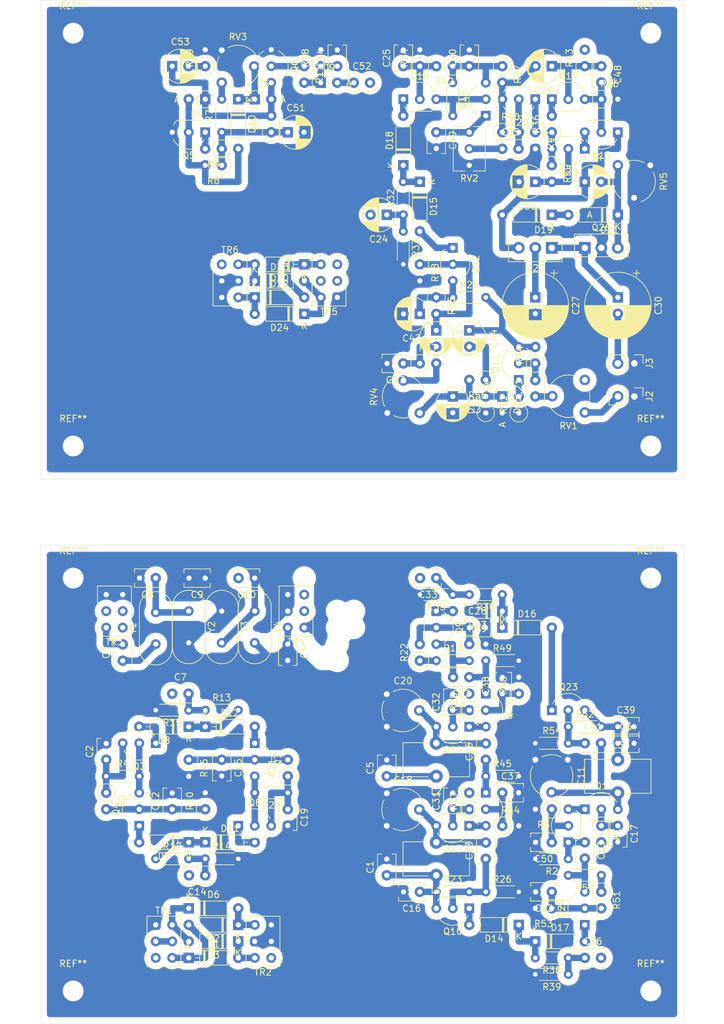
<source format=kicad_pcb>
(kicad_pcb (version 20171130) (host pcbnew 5.1.9+dfsg1-1)
  (layers (0 F.Cu signal) (31 B.Cu signal) (35 F.Paste user hide) (37 F.SilkS user hide) (39 F.Mask user hide) (44 Edge.Cuts user))
  (net 0 "")
  (net 1 +RX)
  (net 2 GND)
  (net 3 "Net-(C3-Pad1)")
  (net 4 "Net-(C3-Pad2)")
  (net 5 "Net-(C4-Pad1)")
  (net 6 "Net-(C4-Pad2)")
  (net 7 "Net-(C7-Pad1)")
  (net 8 "Net-(C7-Pad2)")
  (net 9 "Net-(C8-Pad1)")
  (net 10 "Net-(C9-Pad1)")
  (net 11 "Net-(C10-Pad1)")
  (net 12 "Net-(C12-Pad1)")
  (net 13 "Net-(C14-Pad1)")
  (net 14 "Net-(C14-Pad2)")
  (net 15 "Net-(C15-Pad1)")
  (net 16 +TX)
  (net 17 "Net-(C21-Pad2)")
  (net 18 "Net-(C21-Pad1)")
  (net 19 "Net-(C23-Pad1)")
  (net 20 "Net-(C24-Pad1)")
  (net 21 "Net-(C24-Pad2)")
  (net 22 "Net-(C25-Pad1)")
  (net 23 "Net-(C28-Pad1)")
  (net 24 "Net-(C29-Pad2)")
  (net 25 "Net-(C29-Pad1)")
  (net 26 "Net-(C30-Pad1)")
  (net 27 "Net-(C30-Pad2)")
  (net 28 "Net-(C31-Pad1)")
  (net 29 "Net-(C32-Pad1)")
  (net 30 "Net-(C33-Pad2)")
  (net 31 "Net-(C34-Pad1)")
  (net 32 "Net-(C34-Pad2)")
  (net 33 "Net-(C35-Pad2)")
  (net 34 "Net-(C35-Pad1)")
  (net 35 "Net-(D1-Pad2)")
  (net 36 "Net-(D1-Pad1)")
  (net 37 "Net-(D2-Pad1)")
  (net 38 "Net-(D3-Pad2)")
  (net 39 "Net-(D7-Pad2)")
  (net 40 "Net-(D11-Pad1)")
  (net 41 "Net-(D12-Pad1)")
  (net 42 "Net-(D8-Pad2)")
  (net 43 "Net-(D11-Pad2)")
  (net 44 "Net-(D12-Pad2)")
  (net 45 "Net-(D13-Pad2)")
  (net 46 "Net-(D13-Pad1)")
  (net 47 "Net-(D14-Pad2)")
  (net 48 "Net-(D15-Pad2)")
  (net 49 "Net-(D15-Pad1)")
  (net 50 "Net-(D16-Pad2)")
  (net 51 "Net-(D17-Pad2)")
  (net 52 "Net-(D18-Pad2)")
  (net 53 "Net-(D19-Pad1)")
  (net 54 "Net-(D20-Pad1)")
  (net 55 "Net-(D20-Pad2)")
  (net 56 "Net-(D22-Pad1)")
  (net 57 "Net-(D23-Pad2)")
  (net 58 "Net-(J2-Pad2)")
  (net 59 "Net-(Q3-Pad2)")
  (net 60 "Net-(Q7-Pad3)")
  (net 61 "Net-(Q11-Pad1)")
  (net 62 "Net-(Q16-Pad3)")
  (net 63 "Net-(Q19-Pad1)")
  (net 64 "Net-(Q20-Pad1)")
  (net 65 "Net-(C18-Pad2)")
  (net 66 "Net-(C20-Pad2)")
  (net 67 "Net-(C22-Pad2)")
  (net 68 "Net-(C22-Pad1)")
  (net 69 "Net-(C26-Pad1)")
  (net 70 "Net-(C33-Pad1)")
  (net 71 "Net-(C36-Pad2)")
  (net 72 "Net-(C36-Pad1)")
  (net 73 "Net-(C37-Pad1)")
  (net 74 "Net-(C38-Pad1)")
  (net 75 "Net-(C41-Pad1)")
  (net 76 "Net-(C42-Pad1)")
  (net 77 "Net-(C44-Pad2)")
  (net 78 "Net-(C44-Pad1)")
  (net 79 "Net-(C45-Pad2)")
  (net 80 "Net-(C45-Pad1)")
  (net 81 "Net-(C46-Pad1)")
  (net 82 "Net-(C48-Pad2)")
  (net 83 "Net-(C49-Pad1)")
  (net 84 "Net-(D14-Pad1)")
  (net 85 "Net-(J1-Pad1)")
  (net 86 "Net-(Q13-Pad1)")
  (net 87 "Net-(Q14-Pad1)")
  (net 88 IFGain)
  (net 89 "Net-(R57-Pad2)")
  (net 90 "Net-(C11-Pad2)")
  (net 91 "Net-(C13-Pad2)")
  (net 92 "Net-(C13-Pad1)")
  (net 93 "Net-(C17-Pad1)")
  (net 94 "Net-(C50-Pad1)")
  (net 95 "Net-(Q1-Pad1)")
  (net 96 SingalIN)
  (net 97 "Net-(C52-Pad1)")
  (net 98 "Net-(C53-Pad2)")
  (net 99 "Net-(C53-Pad1)")
  (net 100 "Net-(C54-Pad1)")
  (net 101 "Net-(Q6-Pad2)")
  (net 102 ALC)
  (net 103 "Net-(R7-Pad2)")
  (net 104 LO)
  (net 105 BFO)
  (net 106 "Net-(D10-Pad2)")
  (net 107 "Net-(D10-Pad1)")
  (net 108 "Net-(C27-Pad1)")
  (net 109 "Net-(C55-Pad1)")
  (module Resistor_THT:R_Axial_DIN0207_L6.3mm_D2.5mm_P2.54mm_Vertical (layer F.Cu) (at 127 50.8 270)
    (fp_text reference R59 (at 1.27 -2.37 90) (layer F.SilkS))
    (fp_text value R)
    (pad 2 thru_hole oval (at 2.54 0 270) (size 1.6 1.6) (drill 0.8) (layers *.Cu *.Mask) (net 109 "Net-(C55-Pad1)"))
    (pad 1 thru_hole circle (at 0 0 270) (size 1.6 1.6) (drill 0.8) (layers *.Cu *.Mask) (net 1 +RX))
  )
  (module Package_TO_SOT_THT:TO-92_Inline_Wide (layer F.Cu) (at 132.08 48.26 180)
    (fp_text reference Q22 (at 2.54 -3.56) (layer F.SilkS))
    (fp_text value 2N3904)
    (pad 1 thru_hole rect (at 0 0 180) (size 1.5 1.5) (drill 0.8) (layers *.Cu *.Mask) (net 108 "Net-(C27-Pad1)"))
    (pad 3 thru_hole circle (at 5.08 0 180) (size 1.5 1.5) (drill 0.8) (layers *.Cu *.Mask) (net 1 +RX))
    (pad 2 thru_hole circle (at 2.54 0 180) (size 1.5 1.5) (drill 0.8) (layers *.Cu *.Mask) (net 109 "Net-(C55-Pad1)"))
  )
  (module Capacitor_THT:CP_Radial_D5.0mm_P2.50mm (layer F.Cu) (at 124.46 53.34 180)
    (fp_text reference C55 (at 1.25 -3.75) (layer F.SilkS))
    (fp_text value CP)
    (pad 2 thru_hole circle (at 2.5 0 180) (size 1.6 1.6) (drill 0.8) (layers *.Cu *.Mask) (net 2 GND))
    (pad 1 thru_hole rect (at 0 0 180) (size 1.6 1.6) (drill 0.8) (layers *.Cu *.Mask) (net 109 "Net-(C55-Pad1)"))
  )
  (module Diode_THT:D_DO-35_SOD27_P7.62mm_Horizontal (layer F.Cu) (at 78.74 40.64 270)
    (fp_text reference D10 (at 3.81 -2.12 90) (layer F.SilkS))
    (fp_text value 1N4148)
    (fp_text user K (at 0 -1.8 90) (layer F.SilkS))
    (pad 2 thru_hole oval (at 7.62 0 270) (size 1.6 1.6) (drill 0.8) (layers *.Cu *.Mask) (net 106 "Net-(D10-Pad2)"))
    (pad 1 thru_hole rect (at 0 0 270) (size 1.6 1.6) (drill 0.8) (layers *.Cu *.Mask) (net 107 "Net-(D10-Pad1)"))
  )
  (module Resistor_THT:R_Axial_DIN0204_L3.6mm_D1.6mm_P5.08mm_Horizontal (layer F.Cu) (at 76.2 45.72 90)
    (fp_text reference R7 (at 2.54 -1.92 90) (layer F.SilkS))
    (fp_text value 2.2k)
    (pad 2 thru_hole oval (at 5.08 0 90) (size 1.4 1.4) (drill 0.7) (layers *.Cu *.Mask) (net 103 "Net-(R7-Pad2)"))
    (pad 1 thru_hole circle (at 0 0 90) (size 1.4 1.4) (drill 0.7) (layers *.Cu *.Mask) (net 1 +RX))
  )
  (module Potentiometer_THT:Potentiometer_Piher_PT-6-V_Vertical (layer F.Cu) (at 76.2 38.1)
    (fp_text reference RV3 (at 2.5 -7.06) (layer F.SilkS))
    (fp_text value 5k)
    (pad 1 thru_hole circle (at 0 0) (size 1.62 1.62) (drill 0.9) (layers *.Cu *.Mask) (net 103 "Net-(R7-Pad2)"))
    (pad 2 thru_hole circle (at 5 -2.5) (size 1.62 1.62) (drill 0.9) (layers *.Cu *.Mask) (net 107 "Net-(D10-Pad1)"))
    (pad 3 thru_hole circle (at 0 -5) (size 1.62 1.62) (drill 0.9) (layers *.Cu *.Mask) (net 2 GND))
  )
  (module Resistor_THT:R_Axial_DIN0207_L6.3mm_D2.5mm_P2.54mm_Vertical (layer F.Cu) (at 73.66 35.56 90)
    (fp_text reference R19 (at 1.27 -2.37 90) (layer F.SilkS))
    (fp_text value 0)
    (pad 2 thru_hole oval (at 2.54 0 90) (size 1.6 1.6) (drill 0.8) (layers *.Cu *.Mask) (net 2 GND))
    (pad 1 thru_hole circle (at 0 0 90) (size 1.6 1.6) (drill 0.8) (layers *.Cu *.Mask) (net 98 "Net-(C53-Pad2)"))
  )
  (module Resistor_THT:R_Axial_DIN0207_L6.3mm_D2.5mm_P2.54mm_Vertical (layer F.Cu) (at 91.44 35.56 90)
    (fp_text reference R18 (at 1.27 -2.37 90) (layer F.SilkS))
    (fp_text value 100k)
    (pad 2 thru_hole oval (at 2.54 0 90) (size 1.6 1.6) (drill 0.8) (layers *.Cu *.Mask) (net 2 GND))
    (pad 1 thru_hole circle (at 0 0 90) (size 1.6 1.6) (drill 0.8) (layers *.Cu *.Mask) (net 100 "Net-(C54-Pad1)"))
  )
  (module Resistor_THT:R_Axial_DIN0207_L6.3mm_D2.5mm_P2.54mm_Vertical (layer F.Cu) (at 88.9 35.56 270)
    (fp_text reference R11 (at 1.27 -2.37 90) (layer F.SilkS))
    (fp_text value 2.2k)
    (pad 2 thru_hole oval (at 2.54 0 270) (size 1.6 1.6) (drill 0.8) (layers *.Cu *.Mask) (net 100 "Net-(C54-Pad1)"))
    (pad 1 thru_hole circle (at 0 0 270) (size 1.6 1.6) (drill 0.8) (layers *.Cu *.Mask) (net 101 "Net-(Q6-Pad2)"))
  )
  (module Resistor_THT:R_Axial_DIN0207_L6.3mm_D2.5mm_P2.54mm_Vertical (layer F.Cu) (at 76.2 48.26 180)
    (fp_text reference R9 (at 1.27 -2.37) (layer F.SilkS))
    (fp_text value 47k)
    (pad 2 thru_hole oval (at 2.54 0 180) (size 1.6 1.6) (drill 0.8) (layers *.Cu *.Mask) (net 88 IFGain))
    (pad 1 thru_hole circle (at 0 0 180) (size 1.6 1.6) (drill 0.8) (layers *.Cu *.Mask) (net 1 +RX))
  )
  (module Resistor_THT:R_Axial_DIN0207_L6.3mm_D2.5mm_P2.54mm_Vertical (layer F.Cu) (at 76.2 50.8 180)
    (fp_text reference R8 (at 1.27 -2.37) (layer F.SilkS))
    (fp_text value 1.5M)
    (pad 2 thru_hole oval (at 2.54 0 180) (size 1.6 1.6) (drill 0.8) (layers *.Cu *.Mask) (net 106 "Net-(D10-Pad2)"))
    (pad 1 thru_hole circle (at 0 0 180) (size 1.6 1.6) (drill 0.8) (layers *.Cu *.Mask) (net 1 +RX))
  )
  (module Resistor_THT:R_Axial_DIN0207_L6.3mm_D2.5mm_P2.54mm_Vertical (layer F.Cu) (at 83.82 45.72 90)
    (fp_text reference R6 (at 1.27 -2.37 90) (layer F.SilkS))
    (fp_text value 1.5M)
    (pad 2 thru_hole oval (at 2.54 0 90) (size 1.6 1.6) (drill 0.8) (layers *.Cu *.Mask) (net 99 "Net-(C53-Pad1)"))
    (pad 1 thru_hole circle (at 0 0 90) (size 1.6 1.6) (drill 0.8) (layers *.Cu *.Mask) (net 1 +RX))
  )
  (module Package_TO_SOT_THT:TO-92_Inline_Wide (layer F.Cu) (at 83.82 33.02 270)
    (fp_text reference Q6 (at 2.54 -3.56 90) (layer F.SilkS))
    (fp_text value 2N3904)
    (pad 1 thru_hole rect (at 0 0 270) (size 1.5 1.5) (drill 0.8) (layers *.Cu *.Mask) (net 2 GND))
    (pad 3 thru_hole circle (at 5.08 0 270) (size 1.5 1.5) (drill 0.8) (layers *.Cu *.Mask) (net 99 "Net-(C53-Pad1)"))
    (pad 2 thru_hole circle (at 2.54 0 270) (size 1.5 1.5) (drill 0.8) (layers *.Cu *.Mask) (net 101 "Net-(Q6-Pad2)"))
  )
  (module Package_TO_SOT_THT:TO-92_Inline_Wide (layer F.Cu) (at 73.66 45.72 180)
    (fp_text reference Q5 (at 2.54 -3.56) (layer F.SilkS))
    (fp_text value 2N3906)
    (pad 1 thru_hole rect (at 0 0 180) (size 1.5 1.5) (drill 0.8) (layers *.Cu *.Mask) (net 88 IFGain))
    (pad 3 thru_hole circle (at 5.08 0 180) (size 1.5 1.5) (drill 0.8) (layers *.Cu *.Mask) (net 2 GND))
    (pad 2 thru_hole circle (at 2.54 0 180) (size 1.5 1.5) (drill 0.8) (layers *.Cu *.Mask) (net 106 "Net-(D10-Pad2)"))
  )
  (module Diode_THT:D_DO-35_SOD27_P2.54mm_Vertical_AnodeUp (layer F.Cu) (at 91.44 38.1)
    (fp_text reference D9 (at 1.27 -2.326371) (layer F.SilkS))
    (fp_text value BAT41)
    (fp_text user A (at 4.34 0) (layer F.SilkS))
    (pad 2 thru_hole oval (at 2.54 0) (size 1.6 1.6) (drill 0.8) (layers *.Cu *.Mask) (net 97 "Net-(C52-Pad1)"))
    (pad 1 thru_hole rect (at 0 0) (size 1.6 1.6) (drill 0.8) (layers *.Cu *.Mask) (net 100 "Net-(C54-Pad1)"))
  )
  (module Diode_THT:D_DO-35_SOD27_P2.54mm_Vertical_AnodeUp (layer F.Cu) (at 81.28 40.64)
    (fp_text reference D5 (at 1.27 -2.326371) (layer F.SilkS))
    (fp_text value 1N4148)
    (fp_text user A (at 4.34 0) (layer F.SilkS))
    (pad 2 thru_hole oval (at 2.54 0) (size 1.6 1.6) (drill 0.8) (layers *.Cu *.Mask) (net 99 "Net-(C53-Pad1)"))
    (pad 1 thru_hole rect (at 0 0) (size 1.6 1.6) (drill 0.8) (layers *.Cu *.Mask) (net 107 "Net-(D10-Pad1)"))
  )
  (module Diode_THT:D_DO-35_SOD27_P2.54mm_Vertical_AnodeUp (layer F.Cu) (at 73.66 40.64 180)
    (fp_text reference D4 (at 1.27 -2.326371) (layer F.SilkS))
    (fp_text value 1N4148)
    (fp_text user A (at 4.34 0) (layer F.SilkS))
    (pad 2 thru_hole oval (at 2.54 0 180) (size 1.6 1.6) (drill 0.8) (layers *.Cu *.Mask) (net 106 "Net-(D10-Pad2)"))
    (pad 1 thru_hole rect (at 0 0 180) (size 1.6 1.6) (drill 0.8) (layers *.Cu *.Mask) (net 99 "Net-(C53-Pad1)"))
  )
  (module Capacitor_THT:C_Disc_D3.8mm_W2.6mm_P2.50mm (layer F.Cu) (at 93.98 35.56 90)
    (fp_text reference C54 (at 1.25 -2.55 90) (layer F.SilkS))
    (fp_text value 10n)
    (pad 2 thru_hole circle (at 2.5 0 90) (size 1.6 1.6) (drill 0.8) (layers *.Cu *.Mask) (net 2 GND))
    (pad 1 thru_hole circle (at 0 0 90) (size 1.6 1.6) (drill 0.8) (layers *.Cu *.Mask) (net 100 "Net-(C54-Pad1)"))
  )
  (module Capacitor_THT:CP_Radial_D5.0mm_P2.50mm (layer F.Cu) (at 68.58 35.56)
    (fp_text reference C53 (at 1.25 -3.75) (layer F.SilkS))
    (fp_text value 4.7u)
    (pad 2 thru_hole circle (at 2.5 0) (size 1.6 1.6) (drill 0.8) (layers *.Cu *.Mask) (net 98 "Net-(C53-Pad2)"))
    (pad 1 thru_hole rect (at 0 0) (size 1.6 1.6) (drill 0.8) (layers *.Cu *.Mask) (net 99 "Net-(C53-Pad1)"))
  )
  (module Capacitor_THT:C_Disc_D3.8mm_W2.6mm_P2.50mm (layer F.Cu) (at 96.52 38.1)
    (fp_text reference C52 (at 1.25 -2.55) (layer F.SilkS))
    (fp_text value 100n)
    (pad 2 thru_hole circle (at 2.5 0) (size 1.6 1.6) (drill 0.8) (layers *.Cu *.Mask) (net 96 SingalIN))
    (pad 1 thru_hole circle (at 0 0) (size 1.6 1.6) (drill 0.8) (layers *.Cu *.Mask) (net 97 "Net-(C52-Pad1)"))
  )
  (module Capacitor_THT:CP_Radial_D5.0mm_P2.50mm (layer F.Cu) (at 86.36 45.72)
    (fp_text reference C51 (at 1.25 -3.75) (layer F.SilkS))
    (fp_text value 10u)
    (pad 2 thru_hole circle (at 2.5 0) (size 1.6 1.6) (drill 0.8) (layers *.Cu *.Mask) (net 2 GND))
    (pad 1 thru_hole rect (at 0 0) (size 1.6 1.6) (drill 0.8) (layers *.Cu *.Mask) (net 1 +RX))
  )
  (module MountingHole:MountingHole_3.2mm_M3_Pad (layer F.Cu) (at 53.34 93.98)
    (fp_text reference REF** (at 0 -4.2) (layer F.SilkS))
    (fp_text value MountingHole_3.2mm_M3_Pad)
    (pad 1 thru_hole circle (at 0 0) (size 6.4 6.4) (drill 3.2) (layers *.Cu *.Mask) (net 2 GND))
  )
  (module MountingHole:MountingHole_3.2mm_M3_Pad (layer F.Cu) (at 142.24 93.98)
    (fp_text reference REF** (at 0 -4.2) (layer F.SilkS))
    (fp_text value MountingHole_3.2mm_M3_Pad)
    (pad 1 thru_hole circle (at 0 0) (size 6.4 6.4) (drill 3.2) (layers *.Cu *.Mask) (net 2 GND))
  )
  (module MountingHole:MountingHole_3.2mm_M3_Pad (layer F.Cu) (at 142.24 30.48)
    (fp_text reference REF** (at 0 -4.2) (layer F.SilkS))
    (fp_text value MountingHole_3.2mm_M3_Pad)
    (pad 1 thru_hole circle (at 0 0) (size 6.4 6.4) (drill 3.2) (layers *.Cu *.Mask) (net 2 GND))
  )
  (module MountingHole:MountingHole_3.2mm_M3_Pad (layer F.Cu) (at 53.34 30.48)
    (fp_text reference REF** (at 0 -4.2) (layer F.SilkS))
    (fp_text value MountingHole_3.2mm_M3_Pad)
    (pad 1 thru_hole circle (at 0 0) (size 6.4 6.4) (drill 3.2) (layers *.Cu *.Mask) (net 2 GND))
  )
  (module MountingHole:MountingHole_3.2mm_M3_Pad (layer F.Cu) (at 53.34 177.8)
    (fp_text reference REF** (at 0 -4.2) (layer F.SilkS))
    (fp_text value MountingHole_3.2mm_M3_Pad)
    (pad 1 thru_hole circle (at 0 0) (size 6.4 6.4) (drill 3.2) (layers *.Cu *.Mask) (net 2 GND))
  )
  (module MountingHole:MountingHole_3.2mm_M3_Pad (layer F.Cu) (at 53.34 114.3)
    (fp_text reference REF** (at 0 -4.2) (layer F.SilkS))
    (fp_text value MountingHole_3.2mm_M3_Pad)
    (pad 1 thru_hole circle (at 0 0) (size 6.4 6.4) (drill 3.2) (layers *.Cu *.Mask) (net 2 GND))
  )
  (module MountingHole:MountingHole_3.2mm_M3_Pad (layer F.Cu) (at 142.24 114.3)
    (fp_text reference REF** (at 0 -4.2) (layer F.SilkS))
    (fp_text value MountingHole_3.2mm_M3_Pad)
    (pad 1 thru_hole circle (at 0 0) (size 6.4 6.4) (drill 3.2) (layers *.Cu *.Mask) (net 2 GND))
  )
  (module MountingHole:MountingHole_3.2mm_M3_Pad (layer F.Cu) (at 142.24 177.8)
    (fp_text reference REF** (at 0 -4.2) (layer F.SilkS))
    (fp_text value MountingHole_3.2mm_M3_Pad)
    (pad 1 thru_hole circle (at 0 0) (size 6.4 6.4) (drill 3.2) (layers *.Cu *.Mask) (net 2 GND))
  )
  (module Button_Switch_THT:SW_NKK_G1xJP (layer F.Cu) (at 83.82 172.72 180)
    (fp_text reference TR2 (at 1.27 -2.2) (layer F.SilkS))
    (fp_text value "3x7 43-binocular")
    (pad 6 thru_hole circle (at 2.54 0 180) (size 1.524 1.524) (drill 0.8128) (layers *.Cu *.Mask) (net 35 "Net-(D1-Pad2)"))
    (pad 5 thru_hole circle (at 2.54 2.54 180) (size 1.524 1.524) (drill 0.8128) (layers *.Cu *.Mask) (net 2 GND))
    (pad 4 thru_hole circle (at 2.54 5.08 180) (size 1.524 1.524) (drill 0.8128) (layers *.Cu *.Mask) (net 37 "Net-(D2-Pad1)"))
    (pad 3 thru_hole circle (at 0 5.08 180) (size 1.524 1.524) (drill 0.8128) (layers *.Cu *.Mask) (net 2 GND))
    (pad 2 thru_hole circle (at 0 2.54 180) (size 1.524 1.524) (drill 0.8128) (layers *.Cu *.Mask) (net 2 GND))
    (pad 1 thru_hole circle (at 0 0 180) (size 1.524 1.524) (drill 0.8128) (layers *.Cu *.Mask) (net 104 LO))
  )
  (module Capacitor_THT:C_Disc_D3.8mm_W2.6mm_P2.50mm (layer F.Cu) (at 111.76 149.86 90)
    (fp_text reference C31 (at 1.25 -2.55 90) (layer F.SilkS))
    (fp_text value 100n)
    (pad 2 thru_hole circle (at 2.5 0 90) (size 1.6 1.6) (drill 0.8) (layers *.Cu *.Mask) (net 2 GND))
    (pad 1 thru_hole circle (at 0 0 90) (size 1.6 1.6) (drill 0.8) (layers *.Cu *.Mask) (net 28 "Net-(C31-Pad1)"))
  )
  (module Resistor_THT:R_Axial_DIN0207_L6.3mm_D2.5mm_P2.54mm_Vertical (layer F.Cu) (at 127 149.86 180)
    (fp_text reference R5 (at 1.27 -2.37) (layer F.SilkS))
    (fp_text value 330)
    (pad 2 thru_hole oval (at 2.54 0 180) (size 1.6 1.6) (drill 0.8) (layers *.Cu *.Mask) (net 2 GND))
    (pad 1 thru_hole circle (at 0 0 180) (size 1.6 1.6) (drill 0.8) (layers *.Cu *.Mask) (net 94 "Net-(C50-Pad1)"))
  )
  (module Resistor_THT:R_Axial_DIN0204_L3.6mm_D1.6mm_P5.08mm_Horizontal (layer F.Cu) (at 129.54 157.48 180)
    (fp_text reference R2 (at 2.54 -1.92) (layer F.SilkS))
    (fp_text value 1M)
    (pad 2 thru_hole oval (at 5.08 0 180) (size 1.4 1.4) (drill 0.7) (layers *.Cu *.Mask) (net 2 GND))
    (pad 1 thru_hole circle (at 0 0 180) (size 1.4 1.4) (drill 0.7) (layers *.Cu *.Mask) (net 92 "Net-(C13-Pad1)"))
  )
  (module Resistor_THT:R_Axial_DIN0207_L6.3mm_D2.5mm_P2.54mm_Vertical (layer F.Cu) (at 134.62 152.4 270)
    (fp_text reference R1 (at 1.27 -2.37 90) (layer F.SilkS))
    (fp_text value 10k)
    (pad 2 thru_hole oval (at 2.54 0 270) (size 1.6 1.6) (drill 0.8) (layers *.Cu *.Mask) (net 102 ALC))
    (pad 1 thru_hole circle (at 0 0 270) (size 1.6 1.6) (drill 0.8) (layers *.Cu *.Mask) (net 93 "Net-(C17-Pad1)"))
  )
  (module Package_TO_SOT_THT:TO-92_Inline_Wide (layer F.Cu) (at 129.54 154.94 90)
    (fp_text reference Q2 (at 2.54 -3.56 90) (layer F.SilkS))
    (fp_text value BF245A)
    (pad 1 thru_hole rect (at 0 0 90) (size 1.5 1.5) (drill 0.8) (layers *.Cu *.Mask) (net 92 "Net-(C13-Pad1)"))
    (pad 3 thru_hole circle (at 5.08 0 90) (size 1.5 1.5) (drill 0.8) (layers *.Cu *.Mask) (net 95 "Net-(Q1-Pad1)"))
    (pad 2 thru_hole circle (at 2.54 0 90) (size 1.5 1.5) (drill 0.8) (layers *.Cu *.Mask) (net 94 "Net-(C50-Pad1)"))
  )
  (module Package_TO_SOT_THT:TO-92_Inline_Wide (layer F.Cu) (at 132.08 149.86)
    (fp_text reference Q1 (at 2.54 -3.56) (layer F.SilkS))
    (fp_text value 2N3904)
    (pad 1 thru_hole rect (at 0 0) (size 1.5 1.5) (drill 0.8) (layers *.Cu *.Mask) (net 95 "Net-(Q1-Pad1)"))
    (pad 3 thru_hole circle (at 5.08 0) (size 1.5 1.5) (drill 0.8) (layers *.Cu *.Mask) (net 90 "Net-(C11-Pad2)"))
    (pad 2 thru_hole circle (at 2.54 0) (size 1.5 1.5) (drill 0.8) (layers *.Cu *.Mask) (net 93 "Net-(C17-Pad1)"))
  )
  (module Inductor_THT:L_Toroid_Vertical_L10.0mm_W5.0mm_P5.08mm (layer F.Cu) (at 137.16 142.24)
    (fp_text reference L3 (at 0 -2.25) (layer F.SilkS))
    (fp_text value L)
    (pad 2 thru_hole circle (at 0 5.08) (size 2 2) (drill 1) (layers *.Cu *.Mask) (net 90 "Net-(C11-Pad2)"))
    (pad 1 thru_hole circle (at 0 0) (size 2 2) (drill 1) (layers *.Cu *.Mask) (net 16 +TX))
  )
  (module Capacitor_THT:C_Disc_D3.8mm_W2.6mm_P2.50mm (layer F.Cu) (at 127 154.94 180)
    (fp_text reference C50 (at 1.25 -2.55) (layer F.SilkS))
    (fp_text value 100n)
    (pad 2 thru_hole circle (at 2.5 0 180) (size 1.6 1.6) (drill 0.8) (layers *.Cu *.Mask) (net 2 GND))
    (pad 1 thru_hole circle (at 0 0 180) (size 1.6 1.6) (drill 0.8) (layers *.Cu *.Mask) (net 94 "Net-(C50-Pad1)"))
  )
  (module Capacitor_THT:C_Disc_D3.8mm_W2.6mm_P2.50mm (layer F.Cu) (at 137.16 152.4 270)
    (fp_text reference C17 (at 1.25 -2.55 90) (layer F.SilkS))
    (fp_text value 100n)
    (pad 2 thru_hole circle (at 2.5 0 270) (size 1.6 1.6) (drill 0.8) (layers *.Cu *.Mask) (net 2 GND))
    (pad 1 thru_hole circle (at 0 0 270) (size 1.6 1.6) (drill 0.8) (layers *.Cu *.Mask) (net 93 "Net-(C17-Pad1)"))
  )
  (module Capacitor_THT:C_Disc_D3.8mm_W2.6mm_P2.50mm (layer F.Cu) (at 132.08 154.94 270)
    (fp_text reference C13 (at 1.25 -2.55 90) (layer F.SilkS))
    (fp_text value 100n)
    (pad 2 thru_hole circle (at 2.5 0 270) (size 1.6 1.6) (drill 0.8) (layers *.Cu *.Mask) (net 91 "Net-(C13-Pad2)"))
    (pad 1 thru_hole circle (at 0 0 270) (size 1.6 1.6) (drill 0.8) (layers *.Cu *.Mask) (net 92 "Net-(C13-Pad1)"))
  )
  (module Potentiometer_THT:Potentiometer_Piher_PT-6-V_Vertical (layer F.Cu) (at 124.46 142.24 270)
    (fp_text reference C11 (at 2.5 -7.06 90) (layer F.SilkS))
    (fp_text value CTRIM)
    (pad 1 thru_hole circle (at 0 0 270) (size 1.62 1.62) (drill 0.9) (layers *.Cu *.Mask) (net 2 GND))
    (pad 2 thru_hole circle (at 5 -2.5 270) (size 1.62 1.62) (drill 0.9) (layers *.Cu *.Mask) (net 90 "Net-(C11-Pad2)"))
    (pad 3 thru_hole circle (at 0 -5 270) (size 1.62 1.62) (drill 0.9) (layers *.Cu *.Mask) (net 2 GND))
  )
  (module Capacitor_THT:C_Disc_D3.8mm_W2.6mm_P2.50mm (layer F.Cu) (at 137.16 139.7)
    (fp_text reference C6 (at 1.25 -2.55) (layer F.SilkS))
    (fp_text value 100n)
    (pad 2 thru_hole circle (at 2.5 0) (size 1.6 1.6) (drill 0.8) (layers *.Cu *.Mask) (net 2 GND))
    (pad 1 thru_hole circle (at 0 0) (size 1.6 1.6) (drill 0.8) (layers *.Cu *.Mask) (net 16 +TX))
  )
  (module Diode_THT:D_DO-35_SOD27_P7.62mm_Horizontal (layer F.Cu) (at 137.16 58.42 180)
    (fp_text reference D21 (at 1.27 -2.326371) (layer F.SilkS))
    (fp_text value 1N4148)
    (fp_text user A (at 4.34 0) (layer F.SilkS))
    (fp_text user K (at 0 -1.8) (layer F.SilkS))
    (pad 2 thru_hole oval (at 7.62 0 180) (size 1.6 1.6) (drill 0.8) (layers *.Cu *.Mask) (net 53 "Net-(D19-Pad1)"))
    (pad 1 thru_hole rect (at 0 0 180) (size 1.6 1.6) (drill 0.8) (layers *.Cu *.Mask) (net 32 "Net-(C34-Pad2)"))
  )
  (module Diode_THT:D_DO-35_SOD27_P7.62mm_Horizontal (layer F.Cu) (at 127 58.42 180)
    (fp_text reference D19 (at 1.27 -2.326371) (layer F.SilkS))
    (fp_text value 1N4148)
    (fp_text user K (at 0 -1.8) (layer F.SilkS))
    (pad 2 thru_hole oval (at 7.62 0 180) (size 1.6 1.6) (drill 0.8) (layers *.Cu *.Mask) (net 31 "Net-(C34-Pad1)"))
    (pad 1 thru_hole rect (at 0 0 180) (size 1.6 1.6) (drill 0.8) (layers *.Cu *.Mask) (net 53 "Net-(D19-Pad1)"))
  )
  (module Package_TO_SOT_THT:TO-92_Inline_Wide (layer F.Cu) (at 124.46 40.64 180)
    (fp_text reference Q20 (at 2.54 -3.56) (layer F.SilkS))
    (fp_text value 2N3904)
    (pad 1 thru_hole rect (at 0 0 270) (size 1.5 1.5) (drill 0.8) (layers *.Cu *.Mask) (net 64 "Net-(Q20-Pad1)"))
    (pad 3 thru_hole circle (at 5.08 0 270) (size 1.5 1.5) (drill 0.8) (layers *.Cu *.Mask) (net 24 "Net-(C29-Pad2)"))
    (pad 2 thru_hole circle (at 2.54 0 270) (size 1.5 1.5) (drill 0.8) (layers *.Cu *.Mask) (net 33 "Net-(C35-Pad2)"))
  )
  (module Capacitor_THT:CP_Radial_D10.0mm_P2.50mm (layer F.Cu) (at 124.46 71.12 270)
    (fp_text reference C27 (at 1.25 -6.25 90) (layer F.SilkS))
    (fp_text value 470u)
    (pad 2 thru_hole circle (at 2.5 0 270) (size 1.6 1.6) (drill 0.8) (layers *.Cu *.Mask) (net 2 GND))
    (pad 1 thru_hole rect (at 0 0 270) (size 1.6 1.6) (drill 0.8) (layers *.Cu *.Mask) (net 108 "Net-(C27-Pad1)"))
  )
  (module Capacitor_THT:CP_Radial_D10.0mm_P2.50mm (layer F.Cu) (at 137.16 71.12 270)
    (fp_text reference C30 (at 1.25 -6.25 90) (layer F.SilkS))
    (fp_text value 220u)
    (pad 1 thru_hole rect (at 0 0 270) (size 1.6 1.6) (drill 0.8) (layers *.Cu *.Mask) (net 26 "Net-(C30-Pad1)"))
    (pad 2 thru_hole circle (at 2.5 0 270) (size 1.6 1.6) (drill 0.8) (layers *.Cu *.Mask) (net 27 "Net-(C30-Pad2)"))
  )
  (module Connector_PinHeader_2.54mm:PinHeader_1x02_P2.54mm_Vertical (layer F.Cu) (at 139.7 81.28 270)
    (fp_text reference J3 (at 0 -2.33 90) (layer F.SilkS))
    (fp_text value "AF Out")
    (pad 1 thru_hole rect (at 0 0 270) (size 1.7 1.7) (drill 1) (layers *.Cu *.Mask) (net 2 GND))
    (pad 2 thru_hole oval (at 0 2.54 270) (size 1.7 1.7) (drill 1) (layers *.Cu *.Mask) (net 27 "Net-(C30-Pad2)"))
  )
  (module Capacitor_THT:C_Disc_D3.8mm_W2.6mm_P2.50mm (layer F.Cu) (at 101.6 144.78 90)
    (fp_text reference C5 (at 1.25 -2.55 90) (layer F.SilkS))
    (fp_text value 100n)
    (pad 2 thru_hole circle (at 2.5 0 90) (size 1.6 1.6) (drill 0.8) (layers *.Cu *.Mask) (net 2 GND))
    (pad 1 thru_hole circle (at 0 0 90) (size 1.6 1.6) (drill 0.8) (layers *.Cu *.Mask) (net 1 +RX))
  )
  (module Capacitor_THT:C_Disc_D3.8mm_W2.6mm_P2.50mm (layer F.Cu) (at 101.6 160.02 90)
    (fp_text reference C1 (at 1.25 -2.55 90) (layer F.SilkS))
    (fp_text value 100n)
    (pad 2 thru_hole circle (at 2.5 0 90) (size 1.6 1.6) (drill 0.8) (layers *.Cu *.Mask) (net 2 GND))
    (pad 1 thru_hole circle (at 0 0 90) (size 1.6 1.6) (drill 0.8) (layers *.Cu *.Mask) (net 1 +RX))
  )
  (module Package_TO_SOT_THT:TO-92_Inline_Wide (layer F.Cu) (at 116.84 132.08 270)
    (fp_text reference Q21 (at 2.54 -3.56 90) (layer F.SilkS))
    (fp_text value BF245A)
    (pad 1 thru_hole rect (at 0 0 270) (size 1.5 1.5) (drill 0.8) (layers *.Cu *.Mask) (net 68 "Net-(C22-Pad1)"))
    (pad 3 thru_hole circle (at 5.08 0 270) (size 1.5 1.5) (drill 0.8) (layers *.Cu *.Mask) (net 87 "Net-(Q14-Pad1)"))
    (pad 2 thru_hole circle (at 2.54 0 270) (size 1.5 1.5) (drill 0.8) (layers *.Cu *.Mask) (net 74 "Net-(C38-Pad1)"))
  )
  (module Package_TO_SOT_THT:TO-92_Inline_Wide (layer F.Cu) (at 116.84 147.32 270)
    (fp_text reference Q18 (at 2.54 -3.56 90) (layer F.SilkS))
    (fp_text value BF245A)
    (pad 1 thru_hole rect (at 0 0 270) (size 1.5 1.5) (drill 0.8) (layers *.Cu *.Mask) (net 69 "Net-(C26-Pad1)"))
    (pad 3 thru_hole circle (at 5.08 0 270) (size 1.5 1.5) (drill 0.8) (layers *.Cu *.Mask) (net 86 "Net-(Q13-Pad1)"))
    (pad 2 thru_hole circle (at 2.54 0 270) (size 1.5 1.5) (drill 0.8) (layers *.Cu *.Mask) (net 73 "Net-(C37-Pad1)"))
  )
  (module Package_TO_SOT_THT:TO-92_Inline_Wide (layer F.Cu) (at 114.3 137.16 180)
    (fp_text reference Q14 (at 2.54 -3.56) (layer F.SilkS))
    (fp_text value 2N3904)
    (pad 1 thru_hole rect (at 0 0 180) (size 1.5 1.5) (drill 0.8) (layers *.Cu *.Mask) (net 87 "Net-(Q14-Pad1)"))
    (pad 3 thru_hole circle (at 5.08 0 180) (size 1.5 1.5) (drill 0.8) (layers *.Cu *.Mask) (net 66 "Net-(C20-Pad2)"))
    (pad 2 thru_hole circle (at 2.54 0 180) (size 1.5 1.5) (drill 0.8) (layers *.Cu *.Mask) (net 29 "Net-(C32-Pad1)"))
  )
  (module Package_TO_SOT_THT:TO-92_Inline_Wide (layer F.Cu) (at 114.3 152.4 180)
    (fp_text reference Q13 (at 2.54 -3.56) (layer F.SilkS))
    (fp_text value 2N3904)
    (pad 1 thru_hole rect (at 0 0 180) (size 1.5 1.5) (drill 0.8) (layers *.Cu *.Mask) (net 86 "Net-(Q13-Pad1)"))
    (pad 3 thru_hole circle (at 5.08 0 180) (size 1.5 1.5) (drill 0.8) (layers *.Cu *.Mask) (net 65 "Net-(C18-Pad2)"))
    (pad 2 thru_hole circle (at 2.54 0 180) (size 1.5 1.5) (drill 0.8) (layers *.Cu *.Mask) (net 28 "Net-(C31-Pad1)"))
  )
  (module Capacitor_THT:C_Disc_D3.8mm_W2.6mm_P2.50mm (layer F.Cu) (at 58.42 142.24 90)
    (fp_text reference C2 (at 1.25 -2.55 90) (layer F.SilkS))
    (fp_text value 100n)
    (pad 2 thru_hole circle (at 2.5 0 90) (size 1.6 1.6) (drill 0.8) (layers *.Cu *.Mask) (net 2 GND))
    (pad 1 thru_hole circle (at 0 0 90) (size 1.6 1.6) (drill 0.8) (layers *.Cu *.Mask) (net 1 +RX))
  )
  (module Potentiometer_THT:Potentiometer_Piher_PT-6-V_Vertical (layer F.Cu) (at 137.16 50.8 270)
    (fp_text reference RV5 (at 2.5 -7.06 90) (layer F.SilkS))
    (fp_text value 5k)
    (pad 1 thru_hole circle (at 0 0 270) (size 1.62 1.62) (drill 0.9) (layers *.Cu *.Mask) (net 32 "Net-(C34-Pad2)"))
    (pad 2 thru_hole circle (at 5 -2.5 270) (size 1.62 1.62) (drill 0.9) (layers *.Cu *.Mask) (net 2 GND))
    (pad 3 thru_hole circle (at 0 -5 270) (size 1.62 1.62) (drill 0.9) (layers *.Cu *.Mask) (net 2 GND))
  )
  (module Potentiometer_THT:Potentiometer_Piher_PT-6-V_Vertical (layer F.Cu) (at 106.68 88.9 90)
    (fp_text reference RV4 (at 2.5 -7.06 90) (layer F.SilkS))
    (fp_text value R_POT)
    (pad 1 thru_hole circle (at 0 0 90) (size 1.62 1.62) (drill 0.9) (layers *.Cu *.Mask) (net 81 "Net-(C46-Pad1)"))
    (pad 2 thru_hole circle (at 5 -2.5 90) (size 1.62 1.62) (drill 0.9) (layers *.Cu *.Mask) (net 89 "Net-(R57-Pad2)"))
    (pad 3 thru_hole circle (at 0 -5 90) (size 1.62 1.62) (drill 0.9) (layers *.Cu *.Mask) (net 2 GND))
  )
  (module Resistor_THT:R_Axial_DIN0207_L6.3mm_D2.5mm_P2.54mm_Vertical (layer F.Cu) (at 106.68 66.04 270)
    (fp_text reference R58 (at 1.27 -2.37 90) (layer F.SilkS))
    (fp_text value R)
    (pad 2 thru_hole oval (at 2.54 0 270) (size 1.6 1.6) (drill 0.8) (layers *.Cu *.Mask) (net 2 GND))
    (pad 1 thru_hole circle (at 0 0 270) (size 1.6 1.6) (drill 0.8) (layers *.Cu *.Mask) (net 80 "Net-(C45-Pad1)"))
  )
  (module Resistor_THT:R_Axial_DIN0207_L6.3mm_D2.5mm_P2.54mm_Vertical (layer F.Cu) (at 106.68 81.28)
    (fp_text reference R57 (at 1.27 -2.37) (layer F.SilkS))
    (fp_text value R)
    (pad 2 thru_hole oval (at 2.54 0) (size 1.6 1.6) (drill 0.8) (layers *.Cu *.Mask) (net 89 "Net-(R57-Pad2)"))
    (pad 1 thru_hole circle (at 0 0) (size 1.6 1.6) (drill 0.8) (layers *.Cu *.Mask) (net 79 "Net-(C45-Pad2)"))
  )
  (module Resistor_THT:R_Axial_DIN0207_L6.3mm_D2.5mm_P2.54mm_Vertical (layer F.Cu) (at 116.84 83.82 180)
    (fp_text reference R56 (at 1.27 -2.37) (layer F.SilkS))
    (fp_text value R)
    (pad 2 thru_hole oval (at 2.54 0 180) (size 1.6 1.6) (drill 0.8) (layers *.Cu *.Mask) (net 81 "Net-(C46-Pad1)"))
    (pad 1 thru_hole circle (at 0 0 180) (size 1.6 1.6) (drill 0.8) (layers *.Cu *.Mask) (net 77 "Net-(C44-Pad2)"))
  )
  (module Resistor_THT:R_Axial_DIN0207_L6.3mm_D2.5mm_P2.54mm_Vertical (layer F.Cu) (at 109.22 71.12 270)
    (fp_text reference R55 (at 1.27 -2.37 90) (layer F.SilkS))
    (fp_text value R)
    (pad 2 thru_hole oval (at 2.54 0 270) (size 1.6 1.6) (drill 0.8) (layers *.Cu *.Mask) (net 80 "Net-(C45-Pad1)"))
    (pad 1 thru_hole circle (at 0 0 270) (size 1.6 1.6) (drill 0.8) (layers *.Cu *.Mask) (net 16 +TX))
  )
  (module Resistor_THT:R_Axial_DIN0204_L3.6mm_D1.6mm_P5.08mm_Horizontal (layer F.Cu) (at 124.46 139.7)
    (fp_text reference R54 (at 2.54 -1.92) (layer F.SilkS))
    (fp_text value R)
    (pad 2 thru_hole oval (at 5.08 0) (size 1.4 1.4) (drill 0.7) (layers *.Cu *.Mask) (net 75 "Net-(C41-Pad1)"))
    (pad 1 thru_hole circle (at 0 0) (size 1.4 1.4) (drill 0.7) (layers *.Cu *.Mask) (net 2 GND))
  )
  (module Resistor_THT:R_Axial_DIN0207_L6.3mm_D2.5mm_P2.54mm_Vertical (layer F.Cu) (at 127 165.1 180)
    (fp_text reference R53 (at 1.27 -2.37) (layer F.SilkS))
    (fp_text value 56k)
    (pad 2 thru_hole oval (at 2.54 0 180) (size 1.6 1.6) (drill 0.8) (layers *.Cu *.Mask) (net 2 GND))
    (pad 1 thru_hole circle (at 0 0 180) (size 1.6 1.6) (drill 0.8) (layers *.Cu *.Mask) (net 76 "Net-(C42-Pad1)"))
  )
  (module Resistor_THT:R_Axial_DIN0204_L3.6mm_D1.6mm_P5.08mm_Horizontal (layer F.Cu) (at 129.54 137.16)
    (fp_text reference R52 (at 2.54 -1.92) (layer F.SilkS))
    (fp_text value R)
    (pad 2 thru_hole oval (at 5.08 0) (size 1.4 1.4) (drill 0.7) (layers *.Cu *.Mask) (net 16 +TX))
    (pad 1 thru_hole circle (at 0 0) (size 1.4 1.4) (drill 0.7) (layers *.Cu *.Mask) (net 75 "Net-(C41-Pad1)"))
  )
  (module Resistor_THT:R_Axial_DIN0207_L6.3mm_D2.5mm_P2.54mm_Vertical (layer F.Cu) (at 134.62 162.56 270)
    (fp_text reference R51 (at 1.27 -2.37 90) (layer F.SilkS))
    (fp_text value 150k)
    (pad 2 thru_hole oval (at 2.54 0 270) (size 1.6 1.6) (drill 0.8) (layers *.Cu *.Mask) (net 76 "Net-(C42-Pad1)"))
    (pad 1 thru_hole circle (at 0 0 270) (size 1.6 1.6) (drill 0.8) (layers *.Cu *.Mask) (net 16 +TX))
  )
  (module Resistor_THT:R_Axial_DIN0204_L3.6mm_D1.6mm_P5.08mm_Horizontal (layer F.Cu) (at 134.62 160.02 180)
    (fp_text reference R50 (at 2.54 -1.92) (layer F.SilkS))
    (fp_text value 680)
    (pad 2 thru_hole oval (at 5.08 0 180) (size 1.4 1.4) (drill 0.7) (layers *.Cu *.Mask) (net 91 "Net-(C13-Pad2)"))
    (pad 1 thru_hole circle (at 0 0 180) (size 1.4 1.4) (drill 0.7) (layers *.Cu *.Mask) (net 16 +TX))
  )
  (module Resistor_THT:R_Axial_DIN0204_L3.6mm_D1.6mm_P5.08mm_Horizontal (layer F.Cu) (at 116.84 127)
    (fp_text reference R49 (at 2.54 -1.92) (layer F.SilkS))
    (fp_text value 1M)
    (pad 2 thru_hole oval (at 5.08 0) (size 1.4 1.4) (drill 0.7) (layers *.Cu *.Mask) (net 2 GND))
    (pad 1 thru_hole circle (at 0 0) (size 1.4 1.4) (drill 0.7) (layers *.Cu *.Mask) (net 68 "Net-(C22-Pad1)"))
  )
  (module Resistor_THT:R_Axial_DIN0207_L6.3mm_D2.5mm_P2.54mm_Vertical (layer F.Cu) (at 121.92 132.08 90)
    (fp_text reference R48 (at 1.27 -2.37 90) (layer F.SilkS))
    (fp_text value 330)
    (pad 2 thru_hole oval (at 2.54 0 90) (size 1.6 1.6) (drill 0.8) (layers *.Cu *.Mask) (net 2 GND))
    (pad 1 thru_hole circle (at 0 0 90) (size 1.6 1.6) (drill 0.8) (layers *.Cu *.Mask) (net 74 "Net-(C38-Pad1)"))
  )
  (module Resistor_THT:R_Axial_DIN0204_L3.6mm_D1.6mm_P5.08mm_Horizontal (layer F.Cu) (at 116.84 144.78)
    (fp_text reference R45 (at 2.54 -1.92) (layer F.SilkS))
    (fp_text value 1M)
    (pad 2 thru_hole oval (at 5.08 0) (size 1.4 1.4) (drill 0.7) (layers *.Cu *.Mask) (net 2 GND))
    (pad 1 thru_hole circle (at 0 0) (size 1.4 1.4) (drill 0.7) (layers *.Cu *.Mask) (net 69 "Net-(C26-Pad1)"))
  )
  (module Resistor_THT:R_Axial_DIN0207_L6.3mm_D2.5mm_P2.54mm_Vertical (layer F.Cu) (at 119.38 152.4)
    (fp_text reference R44 (at 1.27 -2.37) (layer F.SilkS))
    (fp_text value 330)
    (pad 2 thru_hole oval (at 2.54 0) (size 1.6 1.6) (drill 0.8) (layers *.Cu *.Mask) (net 2 GND))
    (pad 1 thru_hole circle (at 0 0) (size 1.6 1.6) (drill 0.8) (layers *.Cu *.Mask) (net 73 "Net-(C37-Pad1)"))
  )
  (module Resistor_THT:R_Axial_DIN0204_L3.6mm_D1.6mm_P5.08mm_Horizontal (layer F.Cu) (at 129.54 175.26 180)
    (fp_text reference R39 (at 2.54 -1.92) (layer F.SilkS))
    (fp_text value 390)
    (pad 2 thru_hole oval (at 5.08 0 180) (size 1.4 1.4) (drill 0.7) (layers *.Cu *.Mask) (net 2 GND))
    (pad 1 thru_hole circle (at 0 0 180) (size 1.4 1.4) (drill 0.7) (layers *.Cu *.Mask) (net 72 "Net-(C36-Pad1)"))
  )
  (module Resistor_THT:R_Axial_DIN0204_L3.6mm_D1.6mm_P5.08mm_Horizontal (layer F.Cu) (at 129.54 172.72 180)
    (fp_text reference R38 (at 2.54 -1.92) (layer F.SilkS))
    (fp_text value 47)
    (pad 2 thru_hole oval (at 5.08 0 180) (size 1.4 1.4) (drill 0.7) (layers *.Cu *.Mask) (net 84 "Net-(D14-Pad1)"))
    (pad 1 thru_hole circle (at 0 0 180) (size 1.4 1.4) (drill 0.7) (layers *.Cu *.Mask) (net 72 "Net-(C36-Pad1)"))
  )
  (module Resistor_THT:R_Axial_DIN0204_L3.6mm_D1.6mm_P5.08mm_Horizontal (layer F.Cu) (at 111.76 116.84 180)
    (fp_text reference R35 (at 2.54 -1.92) (layer F.SilkS))
    (fp_text value 390)
    (pad 2 thru_hole oval (at 5.08 0 180) (size 1.4 1.4) (drill 0.7) (layers *.Cu *.Mask) (net 2 GND))
    (pad 1 thru_hole circle (at 0 0 180) (size 1.4 1.4) (drill 0.7) (layers *.Cu *.Mask) (net 70 "Net-(C33-Pad1)"))
  )
  (module Resistor_THT:R_Axial_DIN0204_L3.6mm_D1.6mm_P5.08mm_Horizontal (layer F.Cu) (at 119.38 116.84 180)
    (fp_text reference R30 (at 2.54 -1.92) (layer F.SilkS))
    (fp_text value 47)
    (pad 2 thru_hole oval (at 5.08 0 180) (size 1.4 1.4) (drill 0.7) (layers *.Cu *.Mask) (net 70 "Net-(C33-Pad1)"))
    (pad 1 thru_hole circle (at 0 0 180) (size 1.4 1.4) (drill 0.7) (layers *.Cu *.Mask) (net 46 "Net-(D13-Pad1)"))
  )
  (module Resistor_THT:R_Axial_DIN0207_L6.3mm_D2.5mm_P2.54mm_Vertical (layer F.Cu) (at 114.3 124.46)
    (fp_text reference R29 (at 1.27 -2.37) (layer F.SilkS))
    (fp_text value 56k)
    (pad 2 thru_hole oval (at 2.54 0) (size 1.6 1.6) (drill 0.8) (layers *.Cu *.Mask) (net 2 GND))
    (pad 1 thru_hole circle (at 0 0) (size 1.6 1.6) (drill 0.8) (layers *.Cu *.Mask) (net 23 "Net-(C28-Pad1)"))
  )
  (module Resistor_THT:R_Axial_DIN0207_L6.3mm_D2.5mm_P2.54mm_Vertical (layer F.Cu) (at 114.3 134.62 90)
    (fp_text reference R28 (at 1.27 -2.37 90) (layer F.SilkS))
    (fp_text value 10k)
    (pad 2 thru_hole oval (at 2.54 0 90) (size 1.6 1.6) (drill 0.8) (layers *.Cu *.Mask) (net 88 IFGain))
    (pad 1 thru_hole circle (at 0 0 90) (size 1.6 1.6) (drill 0.8) (layers *.Cu *.Mask) (net 29 "Net-(C32-Pad1)"))
  )
  (module Resistor_THT:R_Axial_DIN0207_L6.3mm_D2.5mm_P2.54mm_Vertical (layer F.Cu) (at 114.3 149.86 90)
    (fp_text reference R27 (at 1.27 -2.37 90) (layer F.SilkS))
    (fp_text value 10k)
    (pad 2 thru_hole oval (at 2.54 0 90) (size 1.6 1.6) (drill 0.8) (layers *.Cu *.Mask) (net 88 IFGain))
    (pad 1 thru_hole circle (at 0 0 90) (size 1.6 1.6) (drill 0.8) (layers *.Cu *.Mask) (net 28 "Net-(C31-Pad1)"))
  )
  (module Resistor_THT:R_Axial_DIN0204_L3.6mm_D1.6mm_P5.08mm_Horizontal (layer F.Cu) (at 116.84 162.56)
    (fp_text reference R26 (at 2.54 -1.92) (layer F.SilkS))
    (fp_text value R)
    (pad 2 thru_hole oval (at 5.08 0) (size 1.4 1.4) (drill 0.7) (layers *.Cu *.Mask) (net 2 GND))
    (pad 1 thru_hole circle (at 0 0) (size 1.4 1.4) (drill 0.7) (layers *.Cu *.Mask) (net 19 "Net-(C23-Pad1)"))
  )
  (module Resistor_THT:R_Axial_DIN0204_L3.6mm_D1.6mm_P5.08mm_Horizontal (layer F.Cu) (at 109.22 162.56)
    (fp_text reference R23 (at 2.54 -1.92) (layer F.SilkS))
    (fp_text value R)
    (pad 2 thru_hole oval (at 5.08 0) (size 1.4 1.4) (drill 0.7) (layers *.Cu *.Mask) (net 19 "Net-(C23-Pad1)"))
    (pad 1 thru_hole circle (at 0 0) (size 1.4 1.4) (drill 0.7) (layers *.Cu *.Mask) (net 1 +RX))
  )
  (module Resistor_THT:R_Axial_DIN0207_L6.3mm_D2.5mm_P2.54mm_Vertical (layer F.Cu) (at 106.68 127 90)
    (fp_text reference R22 (at 1.27 -2.37 90) (layer F.SilkS))
    (fp_text value 150k)
    (pad 2 thru_hole oval (at 2.54 0 90) (size 1.6 1.6) (drill 0.8) (layers *.Cu *.Mask) (net 23 "Net-(C28-Pad1)"))
    (pad 1 thru_hole circle (at 0 0 90) (size 1.6 1.6) (drill 0.8) (layers *.Cu *.Mask) (net 1 +RX))
  )
  (module Resistor_THT:R_Axial_DIN0204_L3.6mm_D1.6mm_P5.08mm_Horizontal (layer F.Cu) (at 109.22 127)
    (fp_text reference R17 (at 2.54 -1.92) (layer F.SilkS))
    (fp_text value 680)
    (pad 2 thru_hole oval (at 5.08 0) (size 1.4 1.4) (drill 0.7) (layers *.Cu *.Mask) (net 67 "Net-(C22-Pad2)"))
    (pad 1 thru_hole circle (at 0 0) (size 1.4 1.4) (drill 0.7) (layers *.Cu *.Mask) (net 1 +RX))
  )
  (module Package_TO_SOT_THT:TO-126-3_Vertical (layer F.Cu) (at 132.08 63.5)
    (fp_text reference Q26 (at 2.54 -3.12) (layer F.SilkS))
    (fp_text value BD140)
    (pad 3 thru_hole oval (at 5.08 0) (size 1.8 1.8) (drill 1) (layers *.Cu *.Mask) (net 32 "Net-(C34-Pad2)"))
    (pad 2 thru_hole oval (at 2.54 0) (size 1.8 1.8) (drill 1) (layers *.Cu *.Mask) (net 2 GND))
    (pad 1 thru_hole rect (at 0 0) (size 1.8 1.8) (drill 1) (layers *.Cu *.Mask) (net 26 "Net-(C30-Pad1)"))
  )
  (module Package_TO_SOT_THT:TO-126-3_Vertical (layer F.Cu) (at 127 63.5 180)
    (fp_text reference Q25 (at 2.54 -3.12) (layer F.SilkS))
    (fp_text value BD139)
    (pad 3 thru_hole oval (at 5.08 0 180) (size 1.8 1.8) (drill 1) (layers *.Cu *.Mask) (net 31 "Net-(C34-Pad1)"))
    (pad 2 thru_hole oval (at 2.54 0 180) (size 1.8 1.8) (drill 1) (layers *.Cu *.Mask) (net 108 "Net-(C27-Pad1)"))
    (pad 1 thru_hole rect (at 0 0 180) (size 1.8 1.8) (drill 1) (layers *.Cu *.Mask) (net 26 "Net-(C30-Pad1)"))
  )
  (module Package_TO_SOT_THT:TO-92_Inline_Wide (layer F.Cu) (at 132.08 167.64 90)
    (fp_text reference Q24 (at 2.54 -3.56 90) (layer F.SilkS))
    (fp_text value 2N3904)
    (pad 1 thru_hole rect (at 0 0 90) (size 1.5 1.5) (drill 0.8) (layers *.Cu *.Mask) (net 51 "Net-(D17-Pad2)"))
    (pad 3 thru_hole circle (at 5.08 0 90) (size 1.5 1.5) (drill 0.8) (layers *.Cu *.Mask) (net 91 "Net-(C13-Pad2)"))
    (pad 2 thru_hole circle (at 2.54 0 90) (size 1.5 1.5) (drill 0.8) (layers *.Cu *.Mask) (net 76 "Net-(C42-Pad1)"))
  )
  (module Package_TO_SOT_THT:TO-92_Inline_Wide (layer F.Cu) (at 127 134.62)
    (fp_text reference Q23 (at 2.54 -3.56) (layer F.SilkS))
    (fp_text value 2N3904)
    (pad 1 thru_hole rect (at 0 0) (size 1.5 1.5) (drill 0.8) (layers *.Cu *.Mask) (net 50 "Net-(D16-Pad2)"))
    (pad 3 thru_hole circle (at 5.08 0) (size 1.5 1.5) (drill 0.8) (layers *.Cu *.Mask) (net 16 +TX))
    (pad 2 thru_hole circle (at 2.54 0) (size 1.5 1.5) (drill 0.8) (layers *.Cu *.Mask) (net 75 "Net-(C41-Pad1)"))
  )
  (module Package_TO_SOT_THT:TO-92_Inline_Wide (layer F.Cu) (at 114.3 165.1 180)
    (fp_text reference Q10 (at 2.54 -3.56) (layer F.SilkS))
    (fp_text value 2N3904)
    (pad 1 thru_hole rect (at 0 0 180) (size 1.5 1.5) (drill 0.8) (layers *.Cu *.Mask) (net 47 "Net-(D14-Pad2)"))
    (pad 3 thru_hole circle (at 5.08 0 180) (size 1.5 1.5) (drill 0.8) (layers *.Cu *.Mask) (net 1 +RX))
    (pad 2 thru_hole circle (at 2.54 0 180) (size 1.5 1.5) (drill 0.8) (layers *.Cu *.Mask) (net 19 "Net-(C23-Pad1)"))
  )
  (module Package_TO_SOT_THT:TO-92_Inline_Wide (layer F.Cu) (at 109.22 119.38 270)
    (fp_text reference Q9 (at 2.54 -3.56 90) (layer F.SilkS))
    (fp_text value 2N3904)
    (pad 1 thru_hole rect (at 0 0 270) (size 1.5 1.5) (drill 0.8) (layers *.Cu *.Mask) (net 45 "Net-(D13-Pad2)"))
    (pad 3 thru_hole circle (at 5.08 0 270) (size 1.5 1.5) (drill 0.8) (layers *.Cu *.Mask) (net 67 "Net-(C22-Pad2)"))
    (pad 2 thru_hole circle (at 2.54 0 270) (size 1.5 1.5) (drill 0.8) (layers *.Cu *.Mask) (net 23 "Net-(C28-Pad1)"))
  )
  (module Inductor_THT:L_Toroid_Vertical_L10.0mm_W5.0mm_P5.08mm (layer F.Cu) (at 109.22 144.78 180)
    (fp_text reference L2 (at 0 -2.25) (layer F.SilkS))
    (fp_text value L)
    (pad 2 thru_hole circle (at 0 5.08 180) (size 2 2) (drill 1) (layers *.Cu *.Mask) (net 66 "Net-(C20-Pad2)"))
    (pad 1 thru_hole circle (at 0 0 180) (size 2 2) (drill 1) (layers *.Cu *.Mask) (net 1 +RX))
  )
  (module Inductor_THT:L_Toroid_Vertical_L10.0mm_W5.0mm_P5.08mm (layer F.Cu) (at 109.22 160.02 180)
    (fp_text reference L1 (at 0 -2.25) (layer F.SilkS))
    (fp_text value L)
    (pad 2 thru_hole circle (at 0 5.08 180) (size 2 2) (drill 1) (layers *.Cu *.Mask) (net 65 "Net-(C18-Pad2)"))
    (pad 1 thru_hole circle (at 0 0 180) (size 2 2) (drill 1) (layers *.Cu *.Mask) (net 1 +RX))
  )
  (module Diode_THT:D_DO-35_SOD27_P2.54mm_Vertical_AnodeUp (layer F.Cu) (at 116.84 88.9 90)
    (fp_text reference D26 (at 1.27 -2.326371 90) (layer F.SilkS))
    (fp_text value BAT41)
    (fp_text user A (at 4.34 0 90) (layer F.SilkS))
    (pad 2 thru_hole oval (at 2.54 0 90) (size 1.6 1.6) (drill 0.8) (layers *.Cu *.Mask) (net 81 "Net-(C46-Pad1)"))
    (pad 1 thru_hole rect (at 0 0 90) (size 1.6 1.6) (drill 0.8) (layers *.Cu *.Mask) (net 2 GND))
  )
  (module Diode_THT:D_DO-35_SOD27_P2.54mm_Vertical_AnodeUp (layer F.Cu) (at 119.38 86.36 270)
    (fp_text reference D25 (at 1.27 -2.326371 90) (layer F.SilkS))
    (fp_text value BAT41)
    (fp_text user A (at 4.34 0 90) (layer F.SilkS))
    (pad 2 thru_hole oval (at 2.54 0 270) (size 1.6 1.6) (drill 0.8) (layers *.Cu *.Mask) (net 2 GND))
    (pad 1 thru_hole rect (at 0 0 270) (size 1.6 1.6) (drill 0.8) (layers *.Cu *.Mask) (net 81 "Net-(C46-Pad1)"))
  )
  (module Diode_THT:D_DO-35_SOD27_P7.62mm_Horizontal (layer F.Cu) (at 124.46 170.18)
    (fp_text reference D17 (at 3.81 -2.12) (layer F.SilkS))
    (fp_text value 1N4148)
    (fp_text user K (at 0 -1.8) (layer F.SilkS))
    (pad 2 thru_hole oval (at 7.62 0) (size 1.6 1.6) (drill 0.8) (layers *.Cu *.Mask) (net 51 "Net-(D17-Pad2)"))
    (pad 1 thru_hole rect (at 0 0) (size 1.6 1.6) (drill 0.8) (layers *.Cu *.Mask) (net 84 "Net-(D14-Pad1)"))
  )
  (module Diode_THT:D_DO-35_SOD27_P7.62mm_Horizontal (layer F.Cu) (at 119.38 121.92)
    (fp_text reference D16 (at 3.81 -2.12) (layer F.SilkS))
    (fp_text value 1N4148)
    (fp_text user K (at 0 -1.8) (layer F.SilkS))
    (pad 2 thru_hole oval (at 7.62 0) (size 1.6 1.6) (drill 0.8) (layers *.Cu *.Mask) (net 50 "Net-(D16-Pad2)"))
    (pad 1 thru_hole rect (at 0 0) (size 1.6 1.6) (drill 0.8) (layers *.Cu *.Mask) (net 46 "Net-(D13-Pad1)"))
  )
  (module Diode_THT:D_DO-35_SOD27_P7.62mm_Horizontal (layer F.Cu) (at 121.92 167.64 180)
    (fp_text reference D14 (at 3.81 -2.12) (layer F.SilkS))
    (fp_text value 1N4148)
    (fp_text user K (at 0 -1.8) (layer F.SilkS))
    (pad 2 thru_hole oval (at 7.62 0 180) (size 1.6 1.6) (drill 0.8) (layers *.Cu *.Mask) (net 47 "Net-(D14-Pad2)"))
    (pad 1 thru_hole rect (at 0 0 180) (size 1.6 1.6) (drill 0.8) (layers *.Cu *.Mask) (net 84 "Net-(D14-Pad1)"))
  )
  (module Diode_THT:D_DO-35_SOD27_P7.62mm_Horizontal (layer F.Cu) (at 119.38 119.38 180)
    (fp_text reference D13 (at 3.81 -2.12) (layer F.SilkS))
    (fp_text value 1N4148)
    (fp_text user K (at 0 -1.8) (layer F.SilkS))
    (pad 2 thru_hole oval (at 7.62 0 180) (size 1.6 1.6) (drill 0.8) (layers *.Cu *.Mask) (net 45 "Net-(D13-Pad2)"))
    (pad 1 thru_hole rect (at 0 0 180) (size 1.6 1.6) (drill 0.8) (layers *.Cu *.Mask) (net 46 "Net-(D13-Pad1)"))
  )
  (module Capacitor_THT:C_Disc_D3.8mm_W2.6mm_P2.50mm (layer F.Cu) (at 109.22 45.72 270)
    (fp_text reference C49 (at 1.25 -2.55 90) (layer F.SilkS))
    (fp_text value 22n?)
    (pad 2 thru_hole circle (at 2.5 0 270) (size 1.6 1.6) (drill 0.8) (layers *.Cu *.Mask) (net 2 GND))
    (pad 1 thru_hole circle (at 0 0 270) (size 1.6 1.6) (drill 0.8) (layers *.Cu *.Mask) (net 83 "Net-(C49-Pad1)"))
  )
  (module Capacitor_THT:C_Disc_D3.8mm_W2.6mm_P2.50mm (layer F.Cu) (at 134.62 35.56 270)
    (fp_text reference C48 (at 1.25 -2.55 90) (layer F.SilkS))
    (fp_text value 820p)
    (pad 2 thru_hole circle (at 2.5 0 270) (size 1.6 1.6) (drill 0.8) (layers *.Cu *.Mask) (net 82 "Net-(C48-Pad2)"))
    (pad 1 thru_hole circle (at 0 0 270) (size 1.6 1.6) (drill 0.8) (layers *.Cu *.Mask) (net 25 "Net-(C29-Pad1)"))
  )
  (module Capacitor_THT:C_Disc_D3.8mm_W2.6mm_P2.50mm (layer F.Cu) (at 104.14 81.28 180)
    (fp_text reference C47 (at 1.25 -2.55) (layer F.SilkS))
    (fp_text value C)
    (pad 2 thru_hole circle (at 2.5 0 180) (size 1.6 1.6) (drill 0.8) (layers *.Cu *.Mask) (net 2 GND))
    (pad 1 thru_hole circle (at 0 0 180) (size 1.6 1.6) (drill 0.8) (layers *.Cu *.Mask) (net 79 "Net-(C45-Pad2)"))
  )
  (module Capacitor_THT:CP_Radial_D5.0mm_P2.50mm (layer F.Cu) (at 111.76 86.36 270)
    (fp_text reference C46 (at 1.25 -3.75 90) (layer F.SilkS))
    (fp_text value CP)
    (pad 2 thru_hole circle (at 2.5 0 270) (size 1.6 1.6) (drill 0.8) (layers *.Cu *.Mask) (net 2 GND))
    (pad 1 thru_hole rect (at 0 0 270) (size 1.6 1.6) (drill 0.8) (layers *.Cu *.Mask) (net 81 "Net-(C46-Pad1)"))
  )
  (module Capacitor_THT:CP_Radial_D5.0mm_P2.50mm (layer F.Cu) (at 109.22 76.2 270)
    (fp_text reference C45 (at 1.25 -3.75 90) (layer F.SilkS))
    (fp_text value CP)
    (pad 2 thru_hole circle (at 2.5 0 270) (size 1.6 1.6) (drill 0.8) (layers *.Cu *.Mask) (net 79 "Net-(C45-Pad2)"))
    (pad 1 thru_hole rect (at 0 0 270) (size 1.6 1.6) (drill 0.8) (layers *.Cu *.Mask) (net 80 "Net-(C45-Pad1)"))
  )
  (module Capacitor_THT:CP_Radial_D5.0mm_P2.50mm (layer F.Cu) (at 114.3 76.2 270)
    (fp_text reference C44 (at 1.25 -3.75 90) (layer F.SilkS))
    (fp_text value CP)
    (pad 2 thru_hole circle (at 2.5 0 270) (size 1.6 1.6) (drill 0.8) (layers *.Cu *.Mask) (net 77 "Net-(C44-Pad2)"))
    (pad 1 thru_hole rect (at 0 0 270) (size 1.6 1.6) (drill 0.8) (layers *.Cu *.Mask) (net 78 "Net-(C44-Pad1)"))
  )
  (module Capacitor_THT:CP_Radial_D5.0mm_P2.50mm (layer F.Cu) (at 106.68 73.66 180)
    (fp_text reference C43 (at 1.25 -3.75) (layer F.SilkS))
    (fp_text value CP)
    (pad 2 thru_hole circle (at 2.5 0 180) (size 1.6 1.6) (drill 0.8) (layers *.Cu *.Mask) (net 2 GND))
    (pad 1 thru_hole rect (at 0 0 180) (size 1.6 1.6) (drill 0.8) (layers *.Cu *.Mask) (net 16 +TX))
  )
  (module Capacitor_THT:C_Disc_D3.8mm_W2.6mm_P2.50mm (layer F.Cu) (at 127 162.56 180)
    (fp_text reference C42 (at 1.25 -2.55) (layer F.SilkS))
    (fp_text value 100n)
    (pad 2 thru_hole circle (at 2.5 0 180) (size 1.6 1.6) (drill 0.8) (layers *.Cu *.Mask) (net 2 GND))
    (pad 1 thru_hole circle (at 0 0 180) (size 1.6 1.6) (drill 0.8) (layers *.Cu *.Mask) (net 76 "Net-(C42-Pad1)"))
  )
  (module Capacitor_THT:C_Disc_D3.8mm_W2.6mm_P2.50mm (layer F.Cu) (at 132.08 139.7)
    (fp_text reference C41 (at 1.25 -2.55) (layer F.SilkS))
    (fp_text value 100n)
    (pad 2 thru_hole circle (at 2.5 0) (size 1.6 1.6) (drill 0.8) (layers *.Cu *.Mask) (net 90 "Net-(C11-Pad2)"))
    (pad 1 thru_hole circle (at 0 0) (size 1.6 1.6) (drill 0.8) (layers *.Cu *.Mask) (net 75 "Net-(C41-Pad1)"))
  )
  (module Capacitor_THT:C_Disc_D3.8mm_W2.6mm_P2.50mm (layer F.Cu) (at 137.16 137.16)
    (fp_text reference C39 (at 1.25 -2.55) (layer F.SilkS))
    (fp_text value 100n)
    (pad 2 thru_hole circle (at 2.5 0) (size 1.6 1.6) (drill 0.8) (layers *.Cu *.Mask) (net 2 GND))
    (pad 1 thru_hole circle (at 0 0) (size 1.6 1.6) (drill 0.8) (layers *.Cu *.Mask) (net 16 +TX))
  )
  (module Capacitor_THT:C_Disc_D3.8mm_W2.6mm_P2.50mm (layer F.Cu) (at 119.38 132.08 90)
    (fp_text reference C38 (at 1.25 -2.55 90) (layer F.SilkS))
    (fp_text value 100n)
    (pad 2 thru_hole circle (at 2.5 0 90) (size 1.6 1.6) (drill 0.8) (layers *.Cu *.Mask) (net 2 GND))
    (pad 1 thru_hole circle (at 0 0 90) (size 1.6 1.6) (drill 0.8) (layers *.Cu *.Mask) (net 74 "Net-(C38-Pad1)"))
  )
  (module Capacitor_THT:C_Disc_D3.8mm_W2.6mm_P2.50mm (layer F.Cu) (at 119.38 147.32)
    (fp_text reference C37 (at 1.25 -2.55) (layer F.SilkS))
    (fp_text value 100n)
    (pad 2 thru_hole circle (at 2.5 0) (size 1.6 1.6) (drill 0.8) (layers *.Cu *.Mask) (net 2 GND))
    (pad 1 thru_hole circle (at 0 0) (size 1.6 1.6) (drill 0.8) (layers *.Cu *.Mask) (net 73 "Net-(C37-Pad1)"))
  )
  (module Capacitor_THT:C_Disc_D3.8mm_W2.6mm_P2.50mm (layer F.Cu) (at 132.08 172.72)
    (fp_text reference C36 (at 1.25 -2.55) (layer F.SilkS))
    (fp_text value 100n)
    (pad 2 thru_hole circle (at 2.5 0) (size 1.6 1.6) (drill 0.8) (layers *.Cu *.Mask) (net 71 "Net-(C36-Pad2)"))
    (pad 1 thru_hole circle (at 0 0) (size 1.6 1.6) (drill 0.8) (layers *.Cu *.Mask) (net 72 "Net-(C36-Pad1)"))
  )
  (module Capacitor_THT:C_Disc_D3.8mm_W2.6mm_P2.50mm (layer F.Cu) (at 109.22 114.3 180)
    (fp_text reference C33 (at 1.25 -2.55) (layer F.SilkS))
    (fp_text value 100n)
    (pad 2 thru_hole circle (at 2.5 0 180) (size 1.6 1.6) (drill 0.8) (layers *.Cu *.Mask) (net 30 "Net-(C33-Pad2)"))
    (pad 1 thru_hole circle (at 0 0 180) (size 1.6 1.6) (drill 0.8) (layers *.Cu *.Mask) (net 70 "Net-(C33-Pad1)"))
  )
  (module Capacitor_THT:C_Disc_D3.8mm_W2.6mm_P2.50mm (layer F.Cu) (at 111.76 134.62 90)
    (fp_text reference C32 (at 1.25 -2.55 90) (layer F.SilkS))
    (fp_text value 100n)
    (pad 2 thru_hole circle (at 2.5 0 90) (size 1.6 1.6) (drill 0.8) (layers *.Cu *.Mask) (net 2 GND))
    (pad 1 thru_hole circle (at 0 0 90) (size 1.6 1.6) (drill 0.8) (layers *.Cu *.Mask) (net 29 "Net-(C32-Pad1)"))
  )
  (module Capacitor_THT:C_Disc_D3.8mm_W2.6mm_P2.50mm (layer F.Cu) (at 114.3 121.92)
    (fp_text reference C28 (at 1.25 -2.55) (layer F.SilkS))
    (fp_text value 100n)
    (pad 2 thru_hole circle (at 2.5 0) (size 1.6 1.6) (drill 0.8) (layers *.Cu *.Mask) (net 2 GND))
    (pad 1 thru_hole circle (at 0 0) (size 1.6 1.6) (drill 0.8) (layers *.Cu *.Mask) (net 23 "Net-(C28-Pad1)"))
  )
  (module Capacitor_THT:C_Disc_D3.8mm_W2.6mm_P2.50mm (layer F.Cu) (at 116.84 142.24 90)
    (fp_text reference C26 (at 1.25 -2.55 90) (layer F.SilkS))
    (fp_text value 100n)
    (pad 2 thru_hole circle (at 2.5 0 90) (size 1.6 1.6) (drill 0.8) (layers *.Cu *.Mask) (net 66 "Net-(C20-Pad2)"))
    (pad 1 thru_hole circle (at 0 0 90) (size 1.6 1.6) (drill 0.8) (layers *.Cu *.Mask) (net 69 "Net-(C26-Pad1)"))
  )
  (module Capacitor_THT:C_Disc_D3.8mm_W2.6mm_P2.50mm (layer F.Cu) (at 116.84 157.48 90)
    (fp_text reference C23 (at 1.25 -2.55 90) (layer F.SilkS))
    (fp_text value 100n)
    (pad 2 thru_hole circle (at 2.5 0 90) (size 1.6 1.6) (drill 0.8) (layers *.Cu *.Mask) (net 65 "Net-(C18-Pad2)"))
    (pad 1 thru_hole circle (at 0 0 90) (size 1.6 1.6) (drill 0.8) (layers *.Cu *.Mask) (net 19 "Net-(C23-Pad1)"))
  )
  (module Capacitor_THT:C_Disc_D3.8mm_W2.6mm_P2.50mm (layer F.Cu) (at 114.3 129.54 180)
    (fp_text reference C22 (at 1.25 -2.55) (layer F.SilkS))
    (fp_text value 100n)
    (pad 1 thru_hole circle (at 0 0 180) (size 1.6 1.6) (drill 0.8) (layers *.Cu *.Mask) (net 68 "Net-(C22-Pad1)"))
    (pad 2 thru_hole circle (at 2.5 0 180) (size 1.6 1.6) (drill 0.8) (layers *.Cu *.Mask) (net 67 "Net-(C22-Pad2)"))
  )
  (module Potentiometer_THT:Potentiometer_Piher_PT-6-V_Vertical (layer F.Cu) (at 101.6 137.16)
    (fp_text reference C20 (at 2.5 -7.06) (layer F.SilkS))
    (fp_text value CTRIM)
    (pad 1 thru_hole circle (at 0 0) (size 1.62 1.62) (drill 0.9) (layers *.Cu *.Mask) (net 2 GND))
    (pad 2 thru_hole circle (at 5 -2.5) (size 1.62 1.62) (drill 0.9) (layers *.Cu *.Mask) (net 66 "Net-(C20-Pad2)"))
    (pad 3 thru_hole circle (at 0 -5) (size 1.62 1.62) (drill 0.9) (layers *.Cu *.Mask) (net 2 GND))
  )
  (module Potentiometer_THT:Potentiometer_Piher_PT-6-V_Vertical (layer F.Cu) (at 101.6 152.4)
    (fp_text reference C18 (at 2.5 -7.06) (layer F.SilkS))
    (fp_text value CTRIM)
    (pad 1 thru_hole circle (at 0 0) (size 1.62 1.62) (drill 0.9) (layers *.Cu *.Mask) (net 2 GND))
    (pad 2 thru_hole circle (at 5 -2.5) (size 1.62 1.62) (drill 0.9) (layers *.Cu *.Mask) (net 65 "Net-(C18-Pad2)"))
    (pad 3 thru_hole circle (at 0 -5) (size 1.62 1.62) (drill 0.9) (layers *.Cu *.Mask) (net 2 GND))
  )
  (module Capacitor_THT:C_Disc_D3.8mm_W2.6mm_P2.50mm (layer F.Cu) (at 106.68 162.56 180)
    (fp_text reference C16 (at 1.25 -2.55) (layer F.SilkS))
    (fp_text value 100n)
    (pad 2 thru_hole circle (at 2.5 0 180) (size 1.6 1.6) (drill 0.8) (layers *.Cu *.Mask) (net 2 GND))
    (pad 1 thru_hole circle (at 0 0 180) (size 1.6 1.6) (drill 0.8) (layers *.Cu *.Mask) (net 1 +RX))
  )
  (module Diode_THT:D_DO-35_SOD27_P7.62mm_Horizontal (layer F.Cu) (at 88.9 73.66 180)
    (fp_text reference D24 (at 3.81 -2.12) (layer F.SilkS))
    (fp_text value BAT41)
    (fp_text user K (at 0 -1.8) (layer F.SilkS))
    (pad 1 thru_hole rect (at 0 0 180) (size 1.6 1.6) (drill 0.8) (layers *.Cu *.Mask) (net 57 "Net-(D23-Pad2)"))
    (pad 2 thru_hole oval (at 7.62 0 180) (size 1.6 1.6) (drill 0.8) (layers *.Cu *.Mask) (net 56 "Net-(D22-Pad1)"))
  )
  (module Diode_THT:D_DO-35_SOD27_P7.62mm_Horizontal (layer F.Cu) (at 81.28 68.58)
    (fp_text reference D23 (at 3.81 -2.12) (layer F.SilkS))
    (fp_text value BAT41)
    (fp_text user K (at 0 -1.8) (layer F.SilkS))
    (pad 2 thru_hole oval (at 7.62 0) (size 1.6 1.6) (drill 0.8) (layers *.Cu *.Mask) (net 57 "Net-(D23-Pad2)"))
    (pad 1 thru_hole rect (at 0 0) (size 1.6 1.6) (drill 0.8) (layers *.Cu *.Mask) (net 55 "Net-(D20-Pad2)"))
  )
  (module Diode_THT:D_DO-35_SOD27_P7.62mm_Horizontal (layer F.Cu) (at 81.28 71.12)
    (fp_text reference D22 (at 3.81 -2.12) (layer F.SilkS))
    (fp_text value BAT41)
    (fp_text user K (at 0 -1.8) (layer F.SilkS))
    (pad 1 thru_hole rect (at 0 0) (size 1.6 1.6) (drill 0.8) (layers *.Cu *.Mask) (net 56 "Net-(D22-Pad1)"))
    (pad 2 thru_hole oval (at 7.62 0) (size 1.6 1.6) (drill 0.8) (layers *.Cu *.Mask) (net 54 "Net-(D20-Pad1)"))
  )
  (module Diode_THT:D_DO-35_SOD27_P7.62mm_Horizontal (layer F.Cu) (at 88.9 66.04 180)
    (fp_text reference D20 (at 3.81 -2.12) (layer F.SilkS))
    (fp_text value BAT41)
    (fp_text user K (at 0 -1.8) (layer F.SilkS))
    (pad 2 thru_hole oval (at 7.62 0 180) (size 1.6 1.6) (drill 0.8) (layers *.Cu *.Mask) (net 55 "Net-(D20-Pad2)"))
    (pad 1 thru_hole rect (at 0 0 180) (size 1.6 1.6) (drill 0.8) (layers *.Cu *.Mask) (net 54 "Net-(D20-Pad1)"))
  )
  (module Diode_THT:D_DO-35_SOD27_P7.62mm_Horizontal (layer F.Cu) (at 104.14 50.8 90)
    (fp_text reference D18 (at 3.81 -2.12 90) (layer F.SilkS))
    (fp_text value 1N4148)
    (fp_text user K (at 0 -1.8 90) (layer F.SilkS))
    (pad 1 thru_hole rect (at 0 0 90) (size 1.6 1.6) (drill 0.8) (layers *.Cu *.Mask) (net 49 "Net-(D15-Pad1)"))
    (pad 2 thru_hole oval (at 7.62 0 90) (size 1.6 1.6) (drill 0.8) (layers *.Cu *.Mask) (net 52 "Net-(D18-Pad2)"))
  )
  (module Diode_THT:D_DO-35_SOD27_P7.62mm_Horizontal (layer F.Cu) (at 106.68 53.34 270)
    (fp_text reference D15 (at 3.81 -2.12 90) (layer F.SilkS))
    (fp_text value 1N4148)
    (fp_text user K (at 0 -1.8 90) (layer F.SilkS))
    (pad 2 thru_hole oval (at 7.62 0 270) (size 1.6 1.6) (drill 0.8) (layers *.Cu *.Mask) (net 48 "Net-(D15-Pad2)"))
    (pad 1 thru_hole rect (at 0 0 270) (size 1.6 1.6) (drill 0.8) (layers *.Cu *.Mask) (net 49 "Net-(D15-Pad1)"))
  )
  (module Diode_THT:D_DO-35_SOD27_P7.62mm_Horizontal (layer F.Cu) (at 73.66 137.16)
    (fp_text reference D12 (at 3.81 -2.12) (layer F.SilkS))
    (fp_text value 1N4148)
    (fp_text user K (at 0 -1.8) (layer F.SilkS))
    (pad 2 thru_hole oval (at 7.62 0) (size 1.6 1.6) (drill 0.8) (layers *.Cu *.Mask) (net 44 "Net-(D12-Pad2)"))
    (pad 1 thru_hole rect (at 0 0) (size 1.6 1.6) (drill 0.8) (layers *.Cu *.Mask) (net 41 "Net-(D12-Pad1)"))
  )
  (module Diode_THT:D_DO-35_SOD27_P7.62mm_Horizontal (layer F.Cu) (at 73.66 154.94)
    (fp_text reference D11 (at 3.81 -2.12) (layer F.SilkS))
    (fp_text value 1N4148)
    (fp_text user K (at 0 -1.8) (layer F.SilkS))
    (pad 1 thru_hole rect (at 0 0) (size 1.6 1.6) (drill 0.8) (layers *.Cu *.Mask) (net 40 "Net-(D11-Pad1)"))
    (pad 2 thru_hole oval (at 7.62 0) (size 1.6 1.6) (drill 0.8) (layers *.Cu *.Mask) (net 43 "Net-(D11-Pad2)"))
  )
  (module Diode_THT:D_DO-35_SOD27_P7.62mm_Horizontal (layer F.Cu) (at 71.12 137.16 180)
    (fp_text reference D8 (at 3.81 -2.12) (layer F.SilkS))
    (fp_text value 1N4148)
    (fp_text user K (at 0 -1.8) (layer F.SilkS))
    (pad 1 thru_hole rect (at 0 0 180) (size 1.6 1.6) (drill 0.8) (layers *.Cu *.Mask) (net 41 "Net-(D12-Pad1)"))
    (pad 2 thru_hole oval (at 7.62 0 180) (size 1.6 1.6) (drill 0.8) (layers *.Cu *.Mask) (net 42 "Net-(D8-Pad2)"))
  )
  (module Diode_THT:D_DO-35_SOD27_P7.62mm_Horizontal (layer F.Cu) (at 71.12 154.94 180)
    (fp_text reference D7 (at 3.81 -2.12) (layer F.SilkS))
    (fp_text value 1N4148)
    (fp_text user K (at 0 -1.8) (layer F.SilkS))
    (pad 2 thru_hole oval (at 7.62 0 180) (size 1.6 1.6) (drill 0.8) (layers *.Cu *.Mask) (net 39 "Net-(D7-Pad2)"))
    (pad 1 thru_hole rect (at 0 0 180) (size 1.6 1.6) (drill 0.8) (layers *.Cu *.Mask) (net 40 "Net-(D11-Pad1)"))
  )
  (module Diode_THT:D_DO-35_SOD27_P7.62mm_Horizontal (layer F.Cu) (at 71.12 165.1)
    (fp_text reference D6 (at 3.81 -2.12) (layer F.SilkS))
    (fp_text value BAT41)
    (fp_text user K (at 0 -1.8) (layer F.SilkS))
    (pad 1 thru_hole rect (at 0 0) (size 1.6 1.6) (drill 0.8) (layers *.Cu *.Mask) (net 38 "Net-(D3-Pad2)"))
    (pad 2 thru_hole oval (at 7.62 0) (size 1.6 1.6) (drill 0.8) (layers *.Cu *.Mask) (net 37 "Net-(D2-Pad1)"))
  )
  (module Diode_THT:D_DO-35_SOD27_P7.62mm_Horizontal (layer F.Cu) (at 78.74 170.18 180)
    (fp_text reference D3 (at 3.81 -2.12) (layer F.SilkS))
    (fp_text value BAT41)
    (fp_text user K (at 0 -1.8) (layer F.SilkS))
    (pad 2 thru_hole oval (at 7.62 0 180) (size 1.6 1.6) (drill 0.8) (layers *.Cu *.Mask) (net 38 "Net-(D3-Pad2)"))
    (pad 1 thru_hole rect (at 0 0 180) (size 1.6 1.6) (drill 0.8) (layers *.Cu *.Mask) (net 35 "Net-(D1-Pad2)"))
  )
  (module Diode_THT:D_DO-35_SOD27_P7.62mm_Horizontal (layer F.Cu) (at 78.74 167.64 180)
    (fp_text reference D2 (at 3.81 -2.12) (layer F.SilkS))
    (fp_text value BAT41)
    (fp_text user K (at 0 -1.8) (layer F.SilkS))
    (pad 1 thru_hole rect (at 0 0 180) (size 1.6 1.6) (drill 0.8) (layers *.Cu *.Mask) (net 37 "Net-(D2-Pad1)"))
    (pad 2 thru_hole oval (at 7.62 0 180) (size 1.6 1.6) (drill 0.8) (layers *.Cu *.Mask) (net 36 "Net-(D1-Pad1)"))
  )
  (module Diode_THT:D_DO-35_SOD27_P7.62mm_Horizontal (layer F.Cu) (at 71.12 172.72)
    (fp_text reference D1 (at 3.81 -2.12) (layer F.SilkS))
    (fp_text value BAT41)
    (fp_text user K (at 0 -1.8) (layer F.SilkS))
    (pad 2 thru_hole oval (at 7.62 0) (size 1.6 1.6) (drill 0.8) (layers *.Cu *.Mask) (net 35 "Net-(D1-Pad2)"))
    (pad 1 thru_hole rect (at 0 0) (size 1.6 1.6) (drill 0.8) (layers *.Cu *.Mask) (net 36 "Net-(D1-Pad1)"))
  )
  (module Potentiometer_THT:Potentiometer_Piher_PT-6-V_Vertical (layer F.Cu) (at 132.08 83.82 180)
    (fp_text reference RV1 (at 2.5 -7.06) (layer F.SilkS))
    (fp_text value 10K)
    (pad 1 thru_hole circle (at 0 0 180) (size 1.62 1.62) (drill 0.9) (layers *.Cu *.Mask) (net 16 +TX))
    (pad 2 thru_hole circle (at 5 -2.5 180) (size 1.62 1.62) (drill 0.9) (layers *.Cu *.Mask) (net 18 "Net-(C21-Pad1)"))
    (pad 3 thru_hole circle (at 0 -5 180) (size 1.62 1.62) (drill 0.9) (layers *.Cu *.Mask) (net 58 "Net-(J2-Pad2)"))
  )
  (module Capacitor_THT:C_Disc_D3.8mm_W2.6mm_P2.50mm (layer F.Cu) (at 60.96 127 90)
    (fp_text reference C3 (at 1.25 -2.55 90) (layer F.SilkS))
    (fp_text value 68-82pF)
    (pad 1 thru_hole circle (at 0 0 90) (size 1.6 1.6) (drill 0.8) (layers *.Cu *.Mask) (net 3 "Net-(C3-Pad1)"))
    (pad 2 thru_hole circle (at 2.5 0 90) (size 1.6 1.6) (drill 0.8) (layers *.Cu *.Mask) (net 4 "Net-(C3-Pad2)"))
  )
  (module Capacitor_THT:C_Disc_D3.8mm_W2.6mm_P2.50mm (layer F.Cu) (at 86.36 124.46 270)
    (fp_text reference C4 (at 1.25 -2.55 90) (layer F.SilkS))
    (fp_text value 68-82pF)
    (pad 1 thru_hole circle (at 0 0 270) (size 1.6 1.6) (drill 0.8) (layers *.Cu *.Mask) (net 5 "Net-(C4-Pad1)"))
    (pad 2 thru_hole circle (at 2.5 0 270) (size 1.6 1.6) (drill 0.8) (layers *.Cu *.Mask) (net 6 "Net-(C4-Pad2)"))
  )
  (module Capacitor_THT:C_Disc_D3.8mm_W2.6mm_P2.50mm (layer F.Cu) (at 68.58 132.08)
    (fp_text reference C7 (at 1.25 -2.55) (layer F.SilkS))
    (fp_text value 100n)
    (pad 1 thru_hole circle (at 0 0) (size 1.6 1.6) (drill 0.8) (layers *.Cu *.Mask) (net 7 "Net-(C7-Pad1)"))
    (pad 2 thru_hole circle (at 2.5 0) (size 1.6 1.6) (drill 0.8) (layers *.Cu *.Mask) (net 8 "Net-(C7-Pad2)"))
  )
  (module Capacitor_THT:C_Disc_D3.8mm_W2.6mm_P2.50mm (layer F.Cu) (at 66.04 114.3 180)
    (fp_text reference C8 (at 1.25 -2.55) (layer F.SilkS))
    (fp_text value 82-120pF)
    (pad 1 thru_hole circle (at 0 0 180) (size 1.6 1.6) (drill 0.8) (layers *.Cu *.Mask) (net 9 "Net-(C8-Pad1)"))
    (pad 2 thru_hole circle (at 2.5 0 180) (size 1.6 1.6) (drill 0.8) (layers *.Cu *.Mask) (net 2 GND))
  )
  (module Capacitor_THT:C_Disc_D3.8mm_W2.6mm_P2.50mm (layer F.Cu) (at 73.66 114.3 180)
    (fp_text reference C9 (at 1.25 -2.55) (layer F.SilkS))
    (fp_text value 100-150pF)
    (pad 1 thru_hole circle (at 0 0 180) (size 1.6 1.6) (drill 0.8) (layers *.Cu *.Mask) (net 10 "Net-(C9-Pad1)"))
    (pad 2 thru_hole circle (at 2.5 0 180) (size 1.6 1.6) (drill 0.8) (layers *.Cu *.Mask) (net 2 GND))
  )
  (module Capacitor_THT:C_Disc_D3.8mm_W2.6mm_P2.50mm (layer F.Cu) (at 81.28 114.3 180)
    (fp_text reference C10 (at 1.25 -2.55) (layer F.SilkS))
    (fp_text value 82-120pF)
    (pad 2 thru_hole circle (at 2.5 0 180) (size 1.6 1.6) (drill 0.8) (layers *.Cu *.Mask) (net 2 GND))
    (pad 1 thru_hole circle (at 0 0 180) (size 1.6 1.6) (drill 0.8) (layers *.Cu *.Mask) (net 11 "Net-(C10-Pad1)"))
  )
  (module Capacitor_THT:C_Disc_D3.8mm_W2.6mm_P2.50mm (layer F.Cu) (at 68.58 149.86 90)
    (fp_text reference C12 (at 1.25 -2.55 90) (layer F.SilkS))
    (fp_text value 100n)
    (pad 1 thru_hole circle (at 0 0 90) (size 1.6 1.6) (drill 0.8) (layers *.Cu *.Mask) (net 12 "Net-(C12-Pad1)"))
    (pad 2 thru_hole circle (at 2.5 0 90) (size 1.6 1.6) (drill 0.8) (layers *.Cu *.Mask) (net 2 GND))
  )
  (module Capacitor_THT:C_Disc_D3.8mm_W2.6mm_P2.50mm (layer F.Cu) (at 73.66 160.02 180)
    (fp_text reference C14 (at 1.25 -2.55) (layer F.SilkS))
    (fp_text value 100n)
    (pad 1 thru_hole circle (at 0 0 180) (size 1.6 1.6) (drill 0.8) (layers *.Cu *.Mask) (net 13 "Net-(C14-Pad1)"))
    (pad 2 thru_hole circle (at 2.5 0 180) (size 1.6 1.6) (drill 0.8) (layers *.Cu *.Mask) (net 14 "Net-(C14-Pad2)"))
  )
  (module Capacitor_THT:C_Disc_D3.8mm_W2.6mm_P2.50mm (layer F.Cu) (at 76.2 142.24 270)
    (fp_text reference C15 (at 1.25 -2.55 90) (layer F.SilkS))
    (fp_text value 100n)
    (pad 2 thru_hole circle (at 2.5 0 270) (size 1.6 1.6) (drill 0.8) (layers *.Cu *.Mask) (net 2 GND))
    (pad 1 thru_hole circle (at 0 0 270) (size 1.6 1.6) (drill 0.8) (layers *.Cu *.Mask) (net 15 "Net-(C15-Pad1)"))
  )
  (module Capacitor_THT:C_Disc_D3.8mm_W2.6mm_P2.50mm (layer F.Cu) (at 86.36 149.86 270)
    (fp_text reference C19 (at 1.25 -2.55 90) (layer F.SilkS))
    (fp_text value 100n)
    (pad 1 thru_hole circle (at 0 0 270) (size 1.6 1.6) (drill 0.8) (layers *.Cu *.Mask) (net 16 +TX))
    (pad 2 thru_hole circle (at 2.5 0 270) (size 1.6 1.6) (drill 0.8) (layers *.Cu *.Mask) (net 2 GND))
  )
  (module Capacitor_THT:C_Disc_D3.8mm_W2.6mm_P2.50mm (layer F.Cu) (at 124.46 86.36 90)
    (fp_text reference C21 (at 1.25 -2.55 90) (layer F.SilkS))
    (fp_text value 100n)
    (pad 2 thru_hole circle (at 2.5 0 90) (size 1.6 1.6) (drill 0.8) (layers *.Cu *.Mask) (net 17 "Net-(C21-Pad2)"))
    (pad 1 thru_hole circle (at 0 0 90) (size 1.6 1.6) (drill 0.8) (layers *.Cu *.Mask) (net 18 "Net-(C21-Pad1)"))
  )
  (module Capacitor_THT:CP_Radial_D5.0mm_P2.50mm (layer F.Cu) (at 101.6 58.42 180)
    (fp_text reference C24 (at 1.25 -3.75) (layer F.SilkS))
    (fp_text value 10u)
    (pad 1 thru_hole rect (at 0 0 180) (size 1.6 1.6) (drill 0.8) (layers *.Cu *.Mask) (net 20 "Net-(C24-Pad1)"))
    (pad 2 thru_hole circle (at 2.5 0 180) (size 1.6 1.6) (drill 0.8) (layers *.Cu *.Mask) (net 21 "Net-(C24-Pad2)"))
  )
  (module Capacitor_THT:C_Disc_D3.8mm_W2.6mm_P2.50mm (layer F.Cu) (at 104.14 35.56 90)
    (fp_text reference C25 (at 1.25 -2.55 90) (layer F.SilkS))
    (fp_text value 100n)
    (pad 2 thru_hole circle (at 2.5 0 90) (size 1.6 1.6) (drill 0.8) (layers *.Cu *.Mask) (net 2 GND))
    (pad 1 thru_hole circle (at 0 0 90) (size 1.6 1.6) (drill 0.8) (layers *.Cu *.Mask) (net 22 "Net-(C25-Pad1)"))
  )
  (module Capacitor_THT:CP_Radial_D5.0mm_P2.50mm (layer F.Cu) (at 127 35.56 180)
    (fp_text reference C29 (at 1.25 -3.75) (layer F.SilkS))
    (fp_text value 10u)
    (pad 2 thru_hole circle (at 2.5 0 180) (size 1.6 1.6) (drill 0.8) (layers *.Cu *.Mask) (net 24 "Net-(C29-Pad2)"))
    (pad 1 thru_hole rect (at 0 0 180) (size 1.6 1.6) (drill 0.8) (layers *.Cu *.Mask) (net 25 "Net-(C29-Pad1)"))
  )
  (module Capacitor_THT:CP_Radial_D5.0mm_P2.50mm (layer F.Cu) (at 132.08 53.34)
    (fp_text reference C34 (at 1.25 -3.75) (layer F.SilkS))
    (fp_text value 1u)
    (pad 1 thru_hole rect (at 0 0) (size 1.6 1.6) (drill 0.8) (layers *.Cu *.Mask) (net 31 "Net-(C34-Pad1)"))
    (pad 2 thru_hole circle (at 2.5 0) (size 1.6 1.6) (drill 0.8) (layers *.Cu *.Mask) (net 32 "Net-(C34-Pad2)"))
  )
  (module Capacitor_THT:C_Disc_D3.8mm_W2.6mm_P2.50mm (layer F.Cu) (at 119.38 48.26)
    (fp_text reference C35 (at 1.25 -2.55) (layer F.SilkS))
    (fp_text value 100n)
    (pad 2 thru_hole circle (at 2.5 0) (size 1.6 1.6) (drill 0.8) (layers *.Cu *.Mask) (net 33 "Net-(C35-Pad2)"))
    (pad 1 thru_hole circle (at 0 0) (size 1.6 1.6) (drill 0.8) (layers *.Cu *.Mask) (net 34 "Net-(C35-Pad1)"))
  )
  (module Capacitor_THT:C_Disc_D3.8mm_W2.6mm_P2.50mm (layer F.Cu) (at 114.3 35.56 90)
    (fp_text reference C40 (at 1.25 -2.55 90) (layer F.SilkS))
    (fp_text value 100n)
    (pad 1 thru_hole circle (at 0 0 90) (size 1.6 1.6) (drill 0.8) (layers *.Cu *.Mask) (net 1 +RX))
    (pad 2 thru_hole circle (at 2.5 0 90) (size 1.6 1.6) (drill 0.8) (layers *.Cu *.Mask) (net 2 GND))
  )
  (module Package_TO_SOT_THT:TO-92_Inline_Wide (layer F.Cu) (at 66.04 139.7 180)
    (fp_text reference Q3 (at 2.54 -3.56) (layer F.SilkS))
    (fp_text value 2N3904)
    (pad 2 thru_hole circle (at 2.54 0 270) (size 1.5 1.5) (drill 0.8) (layers *.Cu *.Mask) (net 59 "Net-(Q3-Pad2)"))
    (pad 3 thru_hole circle (at 5.08 0 270) (size 1.5 1.5) (drill 0.8) (layers *.Cu *.Mask) (net 1 +RX))
    (pad 1 thru_hole rect (at 0 0 270) (size 1.5 1.5) (drill 0.8) (layers *.Cu *.Mask) (net 42 "Net-(D8-Pad2)"))
  )
  (module Package_TO_SOT_THT:TO-92_Inline_Wide (layer F.Cu) (at 63.5 152.4 90)
    (fp_text reference Q4 (at 2.54 -3.56 90) (layer F.SilkS))
    (fp_text value 2N3904)
    (pad 1 thru_hole rect (at 0 0 180) (size 1.5 1.5) (drill 0.8) (layers *.Cu *.Mask) (net 39 "Net-(D7-Pad2)"))
    (pad 3 thru_hole circle (at 5.08 0 180) (size 1.5 1.5) (drill 0.8) (layers *.Cu *.Mask) (net 59 "Net-(Q3-Pad2)"))
    (pad 2 thru_hole circle (at 2.54 0 180) (size 1.5 1.5) (drill 0.8) (layers *.Cu *.Mask) (net 12 "Net-(C12-Pad1)"))
  )
  (module Package_TO_SOT_THT:TO-92_Inline_Wide (layer F.Cu) (at 81.28 139.7 270)
    (fp_text reference Q7 (at 2.54 -3.56 90) (layer F.SilkS))
    (fp_text value 2N3904)
    (pad 2 thru_hole circle (at 2.54 0) (size 1.5 1.5) (drill 0.8) (layers *.Cu *.Mask) (net 15 "Net-(C15-Pad1)"))
    (pad 3 thru_hole circle (at 5.08 0) (size 1.5 1.5) (drill 0.8) (layers *.Cu *.Mask) (net 60 "Net-(Q7-Pad3)"))
    (pad 1 thru_hole rect (at 0 0) (size 1.5 1.5) (drill 0.8) (layers *.Cu *.Mask) (net 44 "Net-(D12-Pad2)"))
  )
  (module Package_TO_SOT_THT:TO-92_Inline_Wide (layer F.Cu) (at 78.74 152.4)
    (fp_text reference Q8 (at 2.54 -3.56) (layer F.SilkS))
    (fp_text value 2N3904)
    (pad 2 thru_hole circle (at 2.54 0 90) (size 1.5 1.5) (drill 0.8) (layers *.Cu *.Mask) (net 60 "Net-(Q7-Pad3)"))
    (pad 3 thru_hole circle (at 5.08 0 90) (size 1.5 1.5) (drill 0.8) (layers *.Cu *.Mask) (net 16 +TX))
    (pad 1 thru_hole rect (at 0 0 90) (size 1.5 1.5) (drill 0.8) (layers *.Cu *.Mask) (net 43 "Net-(D11-Pad2)"))
  )
  (module Package_TO_SOT_THT:TO-92_Inline_Wide (layer F.Cu) (at 121.92 83.82 90)
    (fp_text reference Q11 (at 2.54 -3.56 90) (layer F.SilkS))
    (fp_text value 2N3904)
    (pad 2 thru_hole circle (at 2.54 0 180) (size 1.5 1.5) (drill 0.8) (layers *.Cu *.Mask) (net 17 "Net-(C21-Pad2)"))
    (pad 3 thru_hole circle (at 5.08 0 180) (size 1.5 1.5) (drill 0.8) (layers *.Cu *.Mask) (net 78 "Net-(C44-Pad1)"))
    (pad 1 thru_hole rect (at 0 0 180) (size 1.5 1.5) (drill 0.8) (layers *.Cu *.Mask) (net 61 "Net-(Q11-Pad1)"))
  )
  (module Package_TO_SOT_THT:TO-92_Inline_Wide (layer F.Cu) (at 111.76 63.5 270)
    (fp_text reference Q12 (at 2.54 -3.56 90) (layer F.SilkS))
    (fp_text value 2N3904)
    (pad 2 thru_hole circle (at 2.54 0) (size 1.5 1.5) (drill 0.8) (layers *.Cu *.Mask) (net 80 "Net-(C45-Pad1)"))
    (pad 3 thru_hole circle (at 5.08 0) (size 1.5 1.5) (drill 0.8) (layers *.Cu *.Mask) (net 16 +TX))
    (pad 1 thru_hole rect (at 0 0) (size 1.5 1.5) (drill 0.8) (layers *.Cu *.Mask) (net 48 "Net-(D15-Pad2)"))
  )
  (module Package_TO_SOT_THT:TO-92_Inline_Wide (layer F.Cu) (at 137.16 45.72 180)
    (fp_text reference Q15 (at 2.54 -3.56) (layer F.SilkS))
    (fp_text value 2N3904)
    (pad 2 thru_hole circle (at 2.54 0 270) (size 1.5 1.5) (drill 0.8) (layers *.Cu *.Mask) (net 82 "Net-(C48-Pad2)"))
    (pad 3 thru_hole circle (at 5.08 0 270) (size 1.5 1.5) (drill 0.8) (layers *.Cu *.Mask) (net 108 "Net-(C27-Pad1)"))
    (pad 1 thru_hole rect (at 0 0 270) (size 1.5 1.5) (drill 0.8) (layers *.Cu *.Mask) (net 31 "Net-(C34-Pad1)"))
  )
  (module Package_TO_SOT_THT:TO-92_Inline_Wide (layer F.Cu) (at 104.14 40.64)
    (fp_text reference Q16 (at 2.54 -3.56) (layer F.SilkS))
    (fp_text value 2N3904)
    (pad 2 thru_hole circle (at 2.54 0 90) (size 1.5 1.5) (drill 0.8) (layers *.Cu *.Mask) (net 22 "Net-(C25-Pad1)"))
    (pad 3 thru_hole circle (at 5.08 0 90) (size 1.5 1.5) (drill 0.8) (layers *.Cu *.Mask) (net 62 "Net-(Q16-Pad3)"))
    (pad 1 thru_hole rect (at 0 0 90) (size 1.5 1.5) (drill 0.8) (layers *.Cu *.Mask) (net 52 "Net-(D18-Pad2)"))
  )
  (module Package_TO_SOT_THT:TO-92_Inline_Wide (layer F.Cu) (at 116.84 43.18 90)
    (fp_text reference Q17 (at 2.54 -3.56 90) (layer F.SilkS))
    (fp_text value 2N3904)
    (pad 1 thru_hole rect (at 0 0 180) (size 1.5 1.5) (drill 0.8) (layers *.Cu *.Mask) (net 83 "Net-(C49-Pad1)"))
    (pad 3 thru_hole circle (at 5.08 0 180) (size 1.5 1.5) (drill 0.8) (layers *.Cu *.Mask) (net 1 +RX))
    (pad 2 thru_hole circle (at 2.54 0 180) (size 1.5 1.5) (drill 0.8) (layers *.Cu *.Mask) (net 62 "Net-(Q16-Pad3)"))
  )
  (module Package_TO_SOT_THT:TO-92_Inline_Wide (layer F.Cu) (at 127 40.64)
    (fp_text reference Q19 (at 2.54 -3.56) (layer F.SilkS))
    (fp_text value 2N3906)
    (pad 2 thru_hole circle (at 2.54 0 90) (size 1.5 1.5) (drill 0.8) (layers *.Cu *.Mask) (net 25 "Net-(C29-Pad1)"))
    (pad 3 thru_hole circle (at 5.08 0 90) (size 1.5 1.5) (drill 0.8) (layers *.Cu *.Mask) (net 82 "Net-(C48-Pad2)"))
    (pad 1 thru_hole rect (at 0 0 90) (size 1.5 1.5) (drill 0.8) (layers *.Cu *.Mask) (net 63 "Net-(Q19-Pad1)"))
  )
  (module Resistor_THT:R_Axial_DIN0207_L6.3mm_D2.5mm_P2.54mm_Vertical (layer F.Cu) (at 58.42 147.32 270)
    (fp_text reference R3 (at 1.27 -2.37 90) (layer F.SilkS))
    (fp_text value 150k)
    (pad 1 thru_hole circle (at 0 0 270) (size 1.6 1.6) (drill 0.8) (layers *.Cu *.Mask) (net 1 +RX))
    (pad 2 thru_hole oval (at 2.54 0 270) (size 1.6 1.6) (drill 0.8) (layers *.Cu *.Mask) (net 12 "Net-(C12-Pad1)"))
  )
  (module Resistor_THT:R_Axial_DIN0204_L3.6mm_D1.6mm_P5.08mm_Horizontal (layer F.Cu) (at 58.42 144.78)
    (fp_text reference R4 (at 2.54 -1.92) (layer F.SilkS))
    (fp_text value 680)
    (pad 2 thru_hole oval (at 5.08 0) (size 1.4 1.4) (drill 0.7) (layers *.Cu *.Mask) (net 59 "Net-(Q3-Pad2)"))
    (pad 1 thru_hole circle (at 0 0) (size 1.4 1.4) (drill 0.7) (layers *.Cu *.Mask) (net 1 +RX))
  )
  (module Resistor_THT:R_Axial_DIN0207_L6.3mm_D2.5mm_P2.54mm_Vertical (layer F.Cu) (at 73.66 149.86 90)
    (fp_text reference R10 (at 1.27 -2.37 90) (layer F.SilkS))
    (fp_text value 56k)
    (pad 2 thru_hole oval (at 2.54 0 90) (size 1.6 1.6) (drill 0.8) (layers *.Cu *.Mask) (net 2 GND))
    (pad 1 thru_hole circle (at 0 0 90) (size 1.6 1.6) (drill 0.8) (layers *.Cu *.Mask) (net 12 "Net-(C12-Pad1)"))
  )
  (module Resistor_THT:R_Axial_DIN0204_L3.6mm_D1.6mm_P5.08mm_Horizontal (layer F.Cu) (at 66.04 157.48)
    (fp_text reference R12 (at 2.54 -1.92) (layer F.SilkS))
    (fp_text value 47)
    (pad 1 thru_hole circle (at 0 0) (size 1.4 1.4) (drill 0.7) (layers *.Cu *.Mask) (net 40 "Net-(D11-Pad1)"))
    (pad 2 thru_hole oval (at 5.08 0) (size 1.4 1.4) (drill 0.7) (layers *.Cu *.Mask) (net 13 "Net-(C14-Pad1)"))
  )
  (module Resistor_THT:R_Axial_DIN0204_L3.6mm_D1.6mm_P5.08mm_Horizontal (layer F.Cu) (at 73.66 134.62)
    (fp_text reference R13 (at 2.54 -1.92) (layer F.SilkS))
    (fp_text value 47)
    (pad 2 thru_hole oval (at 5.08 0) (size 1.4 1.4) (drill 0.7) (layers *.Cu *.Mask) (net 41 "Net-(D12-Pad1)"))
    (pad 1 thru_hole circle (at 0 0) (size 1.4 1.4) (drill 0.7) (layers *.Cu *.Mask) (net 8 "Net-(C7-Pad2)"))
  )
  (module Resistor_THT:R_Axial_DIN0204_L3.6mm_D1.6mm_P5.08mm_Horizontal (layer F.Cu) (at 73.66 157.48)
    (fp_text reference R14 (at 2.54 -1.92) (layer F.SilkS))
    (fp_text value 390)
    (pad 2 thru_hole oval (at 5.08 0) (size 1.4 1.4) (drill 0.7) (layers *.Cu *.Mask) (net 2 GND))
    (pad 1 thru_hole circle (at 0 0) (size 1.4 1.4) (drill 0.7) (layers *.Cu *.Mask) (net 13 "Net-(C14-Pad1)"))
  )
  (module Resistor_THT:R_Axial_DIN0204_L3.6mm_D1.6mm_P5.08mm_Horizontal (layer F.Cu) (at 71.12 134.62 180)
    (fp_text reference R15 (at 2.54 -1.92) (layer F.SilkS))
    (fp_text value 390)
    (pad 1 thru_hole circle (at 0 0 180) (size 1.4 1.4) (drill 0.7) (layers *.Cu *.Mask) (net 8 "Net-(C7-Pad2)"))
    (pad 2 thru_hole oval (at 5.08 0 180) (size 1.4 1.4) (drill 0.7) (layers *.Cu *.Mask) (net 2 GND))
  )
  (module Resistor_THT:R_Axial_DIN0207_L6.3mm_D2.5mm_P2.54mm_Vertical (layer F.Cu) (at 71.12 142.24 270)
    (fp_text reference R16 (at 1.27 -2.37 90) (layer F.SilkS))
    (fp_text value 56k)
    (pad 1 thru_hole circle (at 0 0 270) (size 1.6 1.6) (drill 0.8) (layers *.Cu *.Mask) (net 15 "Net-(C15-Pad1)"))
    (pad 2 thru_hole oval (at 2.54 0 270) (size 1.6 1.6) (drill 0.8) (layers *.Cu *.Mask) (net 2 GND))
  )
  (module Resistor_THT:R_Axial_DIN0204_L3.6mm_D1.6mm_P5.08mm_Horizontal (layer F.Cu) (at 86.36 147.32 180)
    (fp_text reference R20 (at 2.54 -1.92) (layer F.SilkS))
    (fp_text value 680)
    (pad 2 thru_hole oval (at 5.08 0 180) (size 1.4 1.4) (drill 0.7) (layers *.Cu *.Mask) (net 60 "Net-(Q7-Pad3)"))
    (pad 1 thru_hole circle (at 0 0 180) (size 1.4 1.4) (drill 0.7) (layers *.Cu *.Mask) (net 16 +TX))
  )
  (module Resistor_THT:R_Axial_DIN0207_L6.3mm_D2.5mm_P2.54mm_Vertical (layer F.Cu) (at 86.36 144.78 90)
    (fp_text reference R21 (at 1.27 -2.37 90) (layer F.SilkS))
    (fp_text value 150k)
    (pad 2 thru_hole oval (at 2.54 0 90) (size 1.6 1.6) (drill 0.8) (layers *.Cu *.Mask) (net 15 "Net-(C15-Pad1)"))
    (pad 1 thru_hole circle (at 0 0 90) (size 1.6 1.6) (drill 0.8) (layers *.Cu *.Mask) (net 16 +TX))
  )
  (module Resistor_THT:R_Axial_DIN0207_L6.3mm_D2.5mm_P2.54mm_Vertical (layer F.Cu) (at 124.46 81.28 90)
    (fp_text reference R24 (at 1.27 -2.37 90) (layer F.SilkS))
    (fp_text value 330k)
    (pad 1 thru_hole circle (at 0 0 90) (size 1.6 1.6) (drill 0.8) (layers *.Cu *.Mask) (net 17 "Net-(C21-Pad2)"))
    (pad 2 thru_hole oval (at 2.54 0 90) (size 1.6 1.6) (drill 0.8) (layers *.Cu *.Mask) (net 78 "Net-(C44-Pad1)"))
  )
  (module Resistor_THT:R_Axial_DIN0204_L3.6mm_D1.6mm_P5.08mm_Horizontal (layer F.Cu) (at 111.76 71.12)
    (fp_text reference R25 (at 2.54 -1.92) (layer F.SilkS))
    (fp_text value 2k2)
    (pad 1 thru_hole circle (at 0 0) (size 1.4 1.4) (drill 0.7) (layers *.Cu *.Mask) (net 16 +TX))
    (pad 2 thru_hole oval (at 5.08 0) (size 1.4 1.4) (drill 0.7) (layers *.Cu *.Mask) (net 78 "Net-(C44-Pad1)"))
  )
  (module Resistor_THT:R_Axial_DIN0207_L6.3mm_D2.5mm_P2.54mm_Vertical (layer F.Cu) (at 121.92 88.9 90)
    (fp_text reference R31 (at 1.27 -2.37 90) (layer F.SilkS))
    (fp_text value 220)
    (pad 2 thru_hole oval (at 2.54 0 90) (size 1.6 1.6) (drill 0.8) (layers *.Cu *.Mask) (net 61 "Net-(Q11-Pad1)"))
    (pad 1 thru_hole circle (at 0 0 90) (size 1.6 1.6) (drill 0.8) (layers *.Cu *.Mask) (net 2 GND))
  )
  (module Resistor_THT:R_Axial_DIN0204_L3.6mm_D1.6mm_P5.08mm_Horizontal (layer F.Cu) (at 104.14 58.42 90)
    (fp_text reference R32 (at 2.54 -1.92 90) (layer F.SilkS))
    (fp_text value 47)
    (pad 2 thru_hole oval (at 5.08 0 90) (size 1.4 1.4) (drill 0.7) (layers *.Cu *.Mask) (net 49 "Net-(D15-Pad1)"))
    (pad 1 thru_hole circle (at 0 0 90) (size 1.4 1.4) (drill 0.7) (layers *.Cu *.Mask) (net 20 "Net-(C24-Pad1)"))
  )
  (module Resistor_THT:R_Axial_DIN0204_L3.6mm_D1.6mm_P5.08mm_Horizontal (layer F.Cu) (at 104.14 60.96 270)
    (fp_text reference R33 (at 2.54 -1.92 90) (layer F.SilkS))
    (fp_text value 390)
    (pad 1 thru_hole circle (at 0 0 270) (size 1.4 1.4) (drill 0.7) (layers *.Cu *.Mask) (net 20 "Net-(C24-Pad1)"))
    (pad 2 thru_hole oval (at 5.08 0 270) (size 1.4 1.4) (drill 0.7) (layers *.Cu *.Mask) (net 2 GND))
  )
  (module Resistor_THT:R_Axial_DIN0207_L6.3mm_D2.5mm_P2.54mm_Vertical (layer F.Cu) (at 106.68 35.56 90)
    (fp_text reference R34 (at 1.27 -2.37 90) (layer F.SilkS))
    (fp_text value 0)
    (pad 1 thru_hole circle (at 0 0 90) (size 1.6 1.6) (drill 0.8) (layers *.Cu *.Mask) (net 22 "Net-(C25-Pad1)"))
    (pad 2 thru_hole oval (at 2.54 0 90) (size 1.6 1.6) (drill 0.8) (layers *.Cu *.Mask) (net 2 GND))
  )
  (module Resistor_THT:R_Axial_DIN0207_L6.3mm_D2.5mm_P2.54mm_Vertical (layer F.Cu) (at 127 45.72 90)
    (fp_text reference R36 (at 1.27 -2.37 90) (layer F.SilkS))
    (fp_text value 220)
    (pad 1 thru_hole circle (at 0 0 90) (size 1.6 1.6) (drill 0.8) (layers *.Cu *.Mask) (net 1 +RX))
    (pad 2 thru_hole oval (at 2.54 0 90) (size 1.6 1.6) (drill 0.8) (layers *.Cu *.Mask) (net 63 "Net-(Q19-Pad1)"))
  )
  (module Resistor_THT:R_Axial_DIN0207_L6.3mm_D2.5mm_P2.54mm_Vertical (layer F.Cu) (at 119.38 35.56 270)
    (fp_text reference R37 (at 1.27 -2.37 90) (layer F.SilkS))
    (fp_text value 2k2)
    (pad 1 thru_hole circle (at 0 0 270) (size 1.6 1.6) (drill 0.8) (layers *.Cu *.Mask) (net 1 +RX))
    (pad 2 thru_hole oval (at 2.54 0 270) (size 1.6 1.6) (drill 0.8) (layers *.Cu *.Mask) (net 24 "Net-(C29-Pad2)"))
  )
  (module Resistor_THT:R_Axial_DIN0207_L6.3mm_D2.5mm_P2.54mm_Vertical (layer F.Cu) (at 119.38 45.72)
    (fp_text reference R40 (at 1.27 -2.37) (layer F.SilkS))
    (fp_text value 330k)
    (pad 2 thru_hole oval (at 2.54 0) (size 1.6 1.6) (drill 0.8) (layers *.Cu *.Mask) (net 33 "Net-(C35-Pad2)"))
    (pad 1 thru_hole circle (at 0 0) (size 1.6 1.6) (drill 0.8) (layers *.Cu *.Mask) (net 24 "Net-(C29-Pad2)"))
  )
  (module Resistor_THT:R_Axial_DIN0204_L3.6mm_D1.6mm_P5.08mm_Horizontal (layer F.Cu) (at 111.76 38.1 270)
    (fp_text reference R41 (at 2.54 -1.92 90) (layer F.SilkS))
    (fp_text value 680)
    (pad 2 thru_hole oval (at 5.08 0 270) (size 1.4 1.4) (drill 0.7) (layers *.Cu *.Mask) (net 62 "Net-(Q16-Pad3)"))
    (pad 1 thru_hole circle (at 0 0 270) (size 1.4 1.4) (drill 0.7) (layers *.Cu *.Mask) (net 1 +RX))
  )
  (module Resistor_THT:R_Axial_DIN0207_L6.3mm_D2.5mm_P2.54mm_Vertical (layer F.Cu) (at 111.76 35.56 180)
    (fp_text reference R42 (at 1.27 -2.37) (layer F.SilkS))
    (fp_text value 0)
    (pad 1 thru_hole circle (at 0 0 180) (size 1.6 1.6) (drill 0.8) (layers *.Cu *.Mask) (net 1 +RX))
    (pad 2 thru_hole oval (at 2.54 0 180) (size 1.6 1.6) (drill 0.8) (layers *.Cu *.Mask) (net 22 "Net-(C25-Pad1)"))
  )
  (module Resistor_THT:R_Axial_DIN0207_L6.3mm_D2.5mm_P2.54mm_Vertical (layer F.Cu) (at 132.08 35.56 90)
    (fp_text reference R43 (at 1.27 -2.37 90) (layer F.SilkS))
    (fp_text value 330k)
    (pad 1 thru_hole circle (at 0 0 90) (size 1.6 1.6) (drill 0.8) (layers *.Cu *.Mask) (net 25 "Net-(C29-Pad1)"))
    (pad 2 thru_hole oval (at 2.54 0 90) (size 1.6 1.6) (drill 0.8) (layers *.Cu *.Mask) (net 26 "Net-(C30-Pad1)"))
  )
  (module Resistor_THT:R_Axial_DIN0207_L6.3mm_D2.5mm_P2.54mm_Vertical (layer F.Cu) (at 134.62 40.64)
    (fp_text reference R46 (at 1.27 -2.37) (layer F.SilkS))
    (fp_text value 2k2)
    (pad 1 thru_hole circle (at 0 0) (size 1.6 1.6) (drill 0.8) (layers *.Cu *.Mask) (net 82 "Net-(C48-Pad2)"))
    (pad 2 thru_hole oval (at 2.54 0) (size 1.6 1.6) (drill 0.8) (layers *.Cu *.Mask) (net 2 GND))
  )
  (module Resistor_THT:R_Axial_DIN0207_L6.3mm_D2.5mm_P2.54mm_Vertical (layer F.Cu) (at 124.46 45.72 270)
    (fp_text reference R47 (at 1.27 -2.37 90) (layer F.SilkS))
    (fp_text value 220)
    (pad 2 thru_hole oval (at 2.54 0 270) (size 1.6 1.6) (drill 0.8) (layers *.Cu *.Mask) (net 2 GND))
    (pad 1 thru_hole circle (at 0 0 270) (size 1.6 1.6) (drill 0.8) (layers *.Cu *.Mask) (net 64 "Net-(Q20-Pad1)"))
  )
  (module Button_Switch_THT:SW_NKK_G1xJP (layer F.Cu) (at 66.04 167.64)
    (fp_text reference TR1 (at 1.27 -2.2) (layer F.SilkS))
    (fp_text value "3x7 43-binocular")
    (pad 1 thru_hole circle (at 0 0) (size 1.524 1.524) (drill 0.8128) (layers *.Cu *.Mask) (net 2 GND))
    (pad 2 thru_hole circle (at 0 2.54) (size 1.524 1.524) (drill 0.8128) (layers *.Cu *.Mask))
    (pad 3 thru_hole circle (at 0 5.08) (size 1.524 1.524) (drill 0.8128) (layers *.Cu *.Mask) (net 85 "Net-(J1-Pad1)"))
    (pad 4 thru_hole circle (at 2.54 5.08) (size 1.524 1.524) (drill 0.8128) (layers *.Cu *.Mask) (net 36 "Net-(D1-Pad1)"))
    (pad 5 thru_hole circle (at 2.54 2.54) (size 1.524 1.524) (drill 0.8128) (layers *.Cu *.Mask) (net 14 "Net-(C14-Pad2)"))
    (pad 6 thru_hole circle (at 2.54 0) (size 1.524 1.524) (drill 0.8128) (layers *.Cu *.Mask) (net 38 "Net-(D3-Pad2)"))
  )
  (module Button_Switch_THT:SW_NKK_G1xJP (layer F.Cu) (at 60.96 121.92 180)
    (fp_text reference TR3 (at 1.27 -2.2) (layer F.SilkS))
    (fp_text value 2:5)
    (pad 1 thru_hole circle (at 0 0 180) (size 1.524 1.524) (drill 0.8128) (layers *.Cu *.Mask) (net 7 "Net-(C7-Pad1)"))
    (pad 2 thru_hole circle (at 0 2.54 180) (size 1.524 1.524) (drill 0.8128) (layers *.Cu *.Mask))
    (pad 3 thru_hole circle (at 0 5.08 180) (size 1.524 1.524) (drill 0.8128) (layers *.Cu *.Mask) (net 2 GND))
    (pad 4 thru_hole circle (at 2.54 5.08 180) (size 1.524 1.524) (drill 0.8128) (layers *.Cu *.Mask) (net 2 GND))
    (pad 5 thru_hole circle (at 2.54 2.54 180) (size 1.524 1.524) (drill 0.8128) (layers *.Cu *.Mask))
    (pad 6 thru_hole circle (at 2.54 0 180) (size 1.524 1.524) (drill 0.8128) (layers *.Cu *.Mask) (net 4 "Net-(C3-Pad2)"))
  )
  (module Button_Switch_THT:SW_NKK_G1xJP (layer F.Cu) (at 88.9 121.92 180)
    (fp_text reference TR4 (at 1.27 -2.2) (layer F.SilkS))
    (fp_text value 5:2)
    (pad 6 thru_hole circle (at 2.54 0 180) (size 1.524 1.524) (drill 0.8128) (layers *.Cu *.Mask) (net 5 "Net-(C4-Pad1)"))
    (pad 5 thru_hole circle (at 2.54 2.54 180) (size 1.524 1.524) (drill 0.8128) (layers *.Cu *.Mask))
    (pad 4 thru_hole circle (at 2.54 5.08 180) (size 1.524 1.524) (drill 0.8128) (layers *.Cu *.Mask) (net 2 GND))
    (pad 3 thru_hole circle (at 0 5.08 180) (size 1.524 1.524) (drill 0.8128) (layers *.Cu *.Mask) (net 2 GND))
    (pad 2 thru_hole circle (at 0 2.54 180) (size 1.524 1.524) (drill 0.8128) (layers *.Cu *.Mask))
    (pad 1 thru_hole circle (at 0 0 180) (size 1.524 1.524) (drill 0.8128) (layers *.Cu *.Mask) (net 30 "Net-(C33-Pad2)"))
  )
  (module Button_Switch_THT:SW_NKK_G1xJP (layer F.Cu) (at 93.98 71.12 180)
    (fp_text reference TR5 (at 1.27 -2.2) (layer F.SilkS))
    (fp_text value "3x7 43-binocular")
    (pad 1 thru_hole circle (at 0 0 180) (size 1.524 1.524) (drill 0.8128) (layers *.Cu *.Mask) (net 2 GND))
    (pad 2 thru_hole circle (at 0 2.54 180) (size 1.524 1.524) (drill 0.8128) (layers *.Cu *.Mask))
    (pad 3 thru_hole circle (at 0 5.08 180) (size 1.524 1.524) (drill 0.8128) (layers *.Cu *.Mask) (net 71 "Net-(C36-Pad2)"))
    (pad 4 thru_hole circle (at 2.54 5.08 180) (size 1.524 1.524) (drill 0.8128) (layers *.Cu *.Mask) (net 54 "Net-(D20-Pad1)"))
    (pad 5 thru_hole circle (at 2.54 2.54 180) (size 1.524 1.524) (drill 0.8128) (layers *.Cu *.Mask) (net 21 "Net-(C24-Pad2)"))
    (pad 6 thru_hole circle (at 2.54 0 180) (size 1.524 1.524) (drill 0.8128) (layers *.Cu *.Mask) (net 57 "Net-(D23-Pad2)"))
  )
  (module Button_Switch_THT:SW_NKK_G1xJP (layer F.Cu) (at 76.2 66.04)
    (fp_text reference TR6 (at 1.27 -2.2) (layer F.SilkS))
    (fp_text value "3x7 43-binocular")
    (pad 6 thru_hole circle (at 2.54 0) (size 1.524 1.524) (drill 0.8128) (layers *.Cu *.Mask) (net 55 "Net-(D20-Pad2)"))
    (pad 5 thru_hole circle (at 2.54 2.54) (size 1.524 1.524) (drill 0.8128) (layers *.Cu *.Mask) (net 2 GND))
    (pad 4 thru_hole circle (at 2.54 5.08) (size 1.524 1.524) (drill 0.8128) (layers *.Cu *.Mask) (net 56 "Net-(D22-Pad1)"))
    (pad 3 thru_hole circle (at 0 5.08) (size 1.524 1.524) (drill 0.8128) (layers *.Cu *.Mask) (net 2 GND))
    (pad 2 thru_hole circle (at 0 2.54) (size 1.524 1.524) (drill 0.8128) (layers *.Cu *.Mask) (net 2 GND))
    (pad 1 thru_hole circle (at 0 0) (size 1.524 1.524) (drill 0.8128) (layers *.Cu *.Mask) (net 105 BFO))
  )
  (module Crystal:Crystal_HC49-U_Vertical (layer F.Cu) (at 66.04 124.46 90)
    (fp_text reference Y1 (at 2.44 -3.525 90) (layer F.SilkS))
    (fp_text value 10MHz)
    (pad 2 thru_hole circle (at 4.88 0 90) (size 1.5 1.5) (drill 0.8) (layers *.Cu *.Mask) (net 9 "Net-(C8-Pad1)"))
    (pad 1 thru_hole circle (at 0 0 90) (size 1.5 1.5) (drill 0.8) (layers *.Cu *.Mask) (net 3 "Net-(C3-Pad1)"))
  )
  (module Crystal:Crystal_HC49-U_Vertical (layer F.Cu) (at 71.12 119.38 270)
    (fp_text reference Y2 (at 2.44 -3.525 90) (layer F.SilkS))
    (fp_text value 10MHz)
    (pad 1 thru_hole circle (at 0 0 270) (size 1.5 1.5) (drill 0.8) (layers *.Cu *.Mask) (net 9 "Net-(C8-Pad1)"))
    (pad 2 thru_hole circle (at 4.88 0 270) (size 1.5 1.5) (drill 0.8) (layers *.Cu *.Mask) (net 10 "Net-(C9-Pad1)"))
  )
  (module Crystal:Crystal_HC49-U_Vertical (layer F.Cu) (at 76.2 119.38 270)
    (fp_text reference Y3 (at 2.44 -3.525 90) (layer F.SilkS))
    (fp_text value 10MHz)
    (pad 2 thru_hole circle (at 4.88 0 270) (size 1.5 1.5) (drill 0.8) (layers *.Cu *.Mask) (net 11 "Net-(C10-Pad1)"))
    (pad 1 thru_hole circle (at 0 0 270) (size 1.5 1.5) (drill 0.8) (layers *.Cu *.Mask) (net 10 "Net-(C9-Pad1)"))
  )
  (module Crystal:Crystal_HC49-U_Vertical (layer F.Cu) (at 81.28 119.38 270)
    (fp_text reference Y4 (at 2.44 -3.525 90) (layer F.SilkS))
    (fp_text value 10MHz)
    (pad 1 thru_hole circle (at 0 0 270) (size 1.5 1.5) (drill 0.8) (layers *.Cu *.Mask) (net 11 "Net-(C10-Pad1)"))
    (pad 2 thru_hole circle (at 4.88 0 270) (size 1.5 1.5) (drill 0.8) (layers *.Cu *.Mask) (net 6 "Net-(C4-Pad2)"))
  )
  (module Connector_PinHeader_2.54mm:PinHeader_1x02_P2.54mm_Vertical (layer F.Cu) (at 139.7 86.36 270)
    (fp_text reference J2 (at 0 -2.33 90) (layer F.SilkS))
    (fp_text value "AF In")
    (pad 1 thru_hole rect (at 0 0 270) (size 1.7 1.7) (drill 1) (layers *.Cu *.Mask) (net 2 GND))
    (pad 2 thru_hole oval (at 0 2.54 270) (size 1.7 1.7) (drill 1) (layers *.Cu *.Mask) (net 58 "Net-(J2-Pad2)"))
  )
  (module Potentiometer_THT:Potentiometer_Vishay_T73XW_Horizontal (layer F.Cu) (at 114.3 50.8 180)
    (fp_text reference RV2 (at 0 -2.01) (layer F.SilkS))
    (fp_text value 0)
    (pad 3 thru_hole circle (at 0 5.08 180) (size 1.44 1.44) (drill 0.8) (layers *.Cu *.Mask) (net 83 "Net-(C49-Pad1)"))
    (pad 2 thru_hole circle (at 0 2.54 180) (size 1.44 1.44) (drill 0.8) (layers *.Cu *.Mask) (net 34 "Net-(C35-Pad1)"))
    (pad 1 thru_hole circle (at 0 0 180) (size 1.44 1.44) (drill 0.8) (layers *.Cu *.Mask) (net 2 GND))
  )
  (gr_line (start 48.26 99.06) (end 48.26 25.4) (layer Edge.Cuts) (width 0.05))
  (gr_line (start 147.32 99.06) (end 48.26 99.06) (layer Edge.Cuts) (width 0.05))
  (gr_line (start 147.32 25.4) (end 147.32 99.06) (layer Edge.Cuts) (width 0.05))
  (gr_line (start 48.26 25.4) (end 147.32 25.4) (layer Edge.Cuts) (width 0.05))
  (gr_line (start 48.26 182.88) (end 48.26 109.22) (layer Edge.Cuts) (width 0.05))
  (gr_line (start 147.32 182.88) (end 48.26 182.88) (layer Edge.Cuts) (width 0.05))
  (gr_line (start 147.32 109.22) (end 147.32 182.88) (layer Edge.Cuts) (width 0.05))
  (gr_line (start 48.26 109.22) (end 147.32 109.22) (layer Edge.Cuts) (width 0.05))
  (segment (start 58.42 147.32) (end 58.42 142.24) (width 1) (layer B.Cu) (net 1))
  (segment (start 58.42 144.78) (end 60.96 144.78) (width 1) (layer B.Cu) (net 1))
  (segment (start 60.96 144.78) (end 60.96 139.7) (width 1) (layer B.Cu) (net 1))
  (segment (start 111.76 38.1) (end 111.76 35.56) (width 1) (layer B.Cu) (net 1))
  (segment (start 116.84 38.1) (end 116.84 35.56) (width 1) (layer B.Cu) (net 1))
  (segment (start 116.84 35.56) (end 111.76 35.56) (width 1) (layer B.Cu) (net 1))
  (segment (start 119.38 35.56) (end 116.84 35.56) (width 1) (layer B.Cu) (net 1))
  (segment (start 106.68 127) (end 109.22 127) (width 1) (layer B.Cu) (net 1))
  (segment (start 101.6 144.78) (end 109.22 144.78) (width 1) (layer B.Cu) (net 1))
  (segment (start 109.22 160.02) (end 101.6 160.02) (width 1) (layer B.Cu) (net 1))
  (segment (start 106.68 162.56) (end 109.22 162.56) (width 1) (layer B.Cu) (net 1))
  (segment (start 109.22 165.1) (end 109.22 160.02) (width 1) (layer B.Cu) (net 1))
  (segment (start 86.36 45.72) (end 76.2 45.72) (width 1) (layer B.Cu) (net 1))
  (segment (start 76.2 45.72) (end 76.2 50.8) (width 1) (layer B.Cu) (net 1))
  (segment (start 127 45.72) (end 127 50.8) (width 1) (layer B.Cu) (net 1))
  (segment (start 63.5 127) (end 66.04 124.46) (width 1) (layer B.Cu) (net 3))
  (segment (start 60.96 127) (end 63.5 127) (width 1) (layer B.Cu) (net 3))
  (segment (start 58.42 121.92) (end 58.42 124.46) (width 1) (layer B.Cu) (net 4))
  (segment (start 60.92 124.46) (end 60.96 124.5) (width 1) (layer B.Cu) (net 4))
  (segment (start 58.42 124.46) (end 60.92 124.46) (width 1) (layer B.Cu) (net 4))
  (segment (start 86.36 121.92) (end 86.36 124.46) (width 1) (layer B.Cu) (net 5))
  (segment (start 83.98 126.96) (end 86.36 126.96) (width 1) (layer B.Cu) (net 6))
  (segment (start 81.28 124.26) (end 83.98 126.96) (width 1) (layer B.Cu) (net 6))
  (segment (start 73.66 134.62) (end 71.12 134.62) (width 1) (layer B.Cu) (net 8))
  (segment (start 71.12 132.12) (end 71.08 132.08) (width 1) (layer B.Cu) (net 8))
  (segment (start 71.12 134.62) (end 71.12 132.12) (width 1) (layer B.Cu) (net 8))
  (segment (start 66.04 114.3) (end 66.04 119.58) (width 1) (layer B.Cu) (net 9))
  (segment (start 66.24 119.38) (end 66.04 119.58) (width 1) (layer B.Cu) (net 9))
  (segment (start 70.92 119.58) (end 71.12 119.38) (width 1) (layer B.Cu) (net 9))
  (segment (start 66.04 119.58) (end 70.92 119.58) (width 1) (layer B.Cu) (net 9))
  (segment (start 76.2 116.84) (end 73.66 114.3) (width 1) (layer B.Cu) (net 10))
  (segment (start 76.2 119.38) (end 76.2 116.84) (width 1) (layer B.Cu) (net 10))
  (segment (start 71.32 124.26) (end 76.2 119.38) (width 1) (layer B.Cu) (net 10))
  (segment (start 71.12 124.26) (end 71.32 124.26) (width 1) (layer B.Cu) (net 10))
  (segment (start 81.28 114.3) (end 81.28 119.38) (width 1) (layer B.Cu) (net 11))
  (segment (start 76.2 124.26) (end 76.4 124.26) (width 1) (layer B.Cu) (net 11))
  (segment (start 76.4 124.26) (end 81.28 119.38) (width 1) (layer B.Cu) (net 11))
  (segment (start 60.96 149.86) (end 63.5 149.86) (width 1) (layer B.Cu) (net 12))
  (segment (start 58.42 149.86) (end 60.96 149.86) (width 1) (layer B.Cu) (net 12))
  (segment (start 63.5 149.86) (end 73.66 149.86) (width 1) (layer B.Cu) (net 12))
  (segment (start 73.66 157.48) (end 71.12 157.48) (width 1) (layer B.Cu) (net 13))
  (segment (start 73.66 160.02) (end 73.66 157.48) (width 1) (layer B.Cu) (net 13))
  (segment (start 66.04 170.18) (end 68.58 170.18) (width 1) (layer B.Cu) (net 14))
  (segment (start 81.28 142.24) (end 83.82 142.24) (width 1) (layer B.Cu) (net 15))
  (segment (start 86.36 142.24) (end 83.82 142.24) (width 1) (layer B.Cu) (net 15))
  (segment (start 71.12 142.24) (end 81.28 142.24) (width 1) (layer B.Cu) (net 15))
  (segment (start 83.82 152.4) (end 83.82 147.32) (width 1) (layer B.Cu) (net 16))
  (segment (start 83.82 147.32) (end 86.36 147.32) (width 1) (layer B.Cu) (net 16))
  (segment (start 86.36 149.86) (end 86.36 144.78) (width 1) (layer B.Cu) (net 16))
  (segment (start 106.68 73.66) (end 106.68 71.12) (width 1) (layer B.Cu) (net 16))
  (segment (start 106.68 71.12) (end 109.22 71.12) (width 1) (layer B.Cu) (net 16))
  (segment (start 111.76 68.58) (end 111.76 71.12) (width 1) (layer B.Cu) (net 16))
  (segment (start 111.76 71.12) (end 109.22 71.12) (width 1) (layer B.Cu) (net 16))
  (segment (start 134.62 162.56) (end 134.62 160.02) (width 1) (layer B.Cu) (net 16))
  (segment (start 137.16 142.24) (end 137.16 139.7) (width 1) (layer B.Cu) (net 16))
  (segment (start 132.08 134.62) (end 134.62 137.16) (width 1) (layer B.Cu) (net 16))
  (segment (start 137.16 137.16) (end 134.62 137.16) (width 1) (layer B.Cu) (net 16))
  (segment (start 137.16 137.16) (end 137.16 139.7) (width 1) (layer B.Cu) (net 16))
  (segment (start 121.92 81.28) (end 124.46 81.28) (width 1) (layer B.Cu) (net 17))
  (segment (start 124.46 83.86) (end 124.46 81.28) (width 1) (layer B.Cu) (net 17))
  (segment (start 127.04 86.36) (end 127.08 86.32) (width 1) (layer B.Cu) (net 18))
  (segment (start 124.46 86.36) (end 127.04 86.36) (width 1) (layer B.Cu) (net 18))
  (segment (start 111.76 165.1) (end 111.76 162.56) (width 1) (layer B.Cu) (net 19))
  (segment (start 111.76 162.56) (end 116.84 162.56) (width 1) (layer B.Cu) (net 19))
  (segment (start 116.84 162.56) (end 116.84 157.48) (width 1) (layer B.Cu) (net 19))
  (segment (start 104.14 60.96) (end 104.14 58.42) (width 1) (layer B.Cu) (net 20))
  (segment (start 104.14 58.42) (end 101.6 58.42) (width 1) (layer B.Cu) (net 20))
  (segment (start 106.68 40.64) (end 106.68 35.56) (width 1) (layer B.Cu) (net 22))
  (segment (start 104.14 35.56) (end 109.22 35.56) (width 1) (layer B.Cu) (net 22))
  (segment (start 114.3 124.46) (end 114.3 121.92) (width 1) (layer B.Cu) (net 23))
  (segment (start 114.3 121.92) (end 109.22 121.92) (width 1) (layer B.Cu) (net 23))
  (segment (start 106.68 124.46) (end 106.68 121.92) (width 1) (layer B.Cu) (net 23))
  (segment (start 106.68 121.92) (end 109.22 121.92) (width 1) (layer B.Cu) (net 23))
  (segment (start 119.38 45.72) (end 119.38 38.1) (width 1) (layer B.Cu) (net 24))
  (segment (start 124.5 35.56) (end 121.96 38.1) (width 1) (layer B.Cu) (net 24))
  (segment (start 121.96 38.1) (end 119.38 38.1) (width 1) (layer B.Cu) (net 24))
  (segment (start 129.54 40.64) (end 129.54 35.56) (width 1) (layer B.Cu) (net 25))
  (segment (start 129.54 35.56) (end 127 35.56) (width 1) (layer B.Cu) (net 25))
  (segment (start 132.08 35.56) (end 129.54 35.56) (width 1) (layer B.Cu) (net 25))
  (segment (start 132.08 35.56) (end 134.62 35.56) (width 1) (layer B.Cu) (net 25))
  (segment (start 137.16 71.12) (end 132.08 66.04) (width 1) (layer B.Cu) (net 26))
  (segment (start 132.08 66.04) (end 132.08 63.5) (width 1) (layer B.Cu) (net 26))
  (segment (start 132.08 63.5) (end 127 63.5) (width 1) (layer B.Cu) (net 26))
  (segment (start 137.16 81.28) (end 137.16 73.62) (width 1) (layer B.Cu) (net 27))
  (segment (start 111.76 152.4) (end 111.76 149.86) (width 1) (layer B.Cu) (net 28))
  (segment (start 111.76 149.86) (end 114.3 149.86) (width 1) (layer B.Cu) (net 28))
  (segment (start 111.76 137.16) (end 111.76 134.62) (width 1) (layer B.Cu) (net 29))
  (segment (start 114.3 134.62) (end 111.76 134.62) (width 1) (layer B.Cu) (net 29))
  (segment (start 121.92 63.5) (end 119.38 63.5) (width 1) (layer B.Cu) (net 31))
  (segment (start 119.38 63.5) (end 119.38 58.42) (width 1) (layer B.Cu) (net 31))
  (segment (start 137.16 45.72) (end 137.16 48.26) (width 1) (layer B.Cu) (net 31))
  (segment (start 137.16 48.26) (end 134.62 48.26) (width 1) (layer B.Cu) (net 31))
  (segment (start 134.62 48.26) (end 134.62 50.8) (width 1) (layer B.Cu) (net 31))
  (segment (start 134.62 50.8) (end 132.08 50.8) (width 1) (layer B.Cu) (net 31))
  (segment (start 132.08 50.8) (end 132.08 53.34) (width 1) (layer B.Cu) (net 31))
  (segment (start 119.38 58.42) (end 121.92 55.88) (width 1) (layer B.Cu) (net 31))
  (segment (start 121.92 55.88) (end 132.08 55.88) (width 1) (layer B.Cu) (net 31))
  (segment (start 132.08 55.88) (end 132.08 53.34) (width 1) (layer B.Cu) (net 31))
  (segment (start 137.16 63.5) (end 137.16 58.42) (width 1) (layer B.Cu) (net 32))
  (segment (start 134.58 53.34) (end 137.16 53.34) (width 1) (layer B.Cu) (net 32))
  (segment (start 137.16 53.34) (end 137.16 58.42) (width 1) (layer B.Cu) (net 32))
  (segment (start 137.16 50.8) (end 137.16 53.34) (width 1) (layer B.Cu) (net 32))
  (segment (start 121.88 40.68) (end 121.92 40.64) (width 1) (layer B.Cu) (net 33))
  (segment (start 121.88 48.26) (end 121.88 40.68) (width 1) (layer B.Cu) (net 33))
  (segment (start 114.3 48.26) (end 119.38 48.26) (width 1) (layer B.Cu) (net 34))
  (segment (start 81.28 172.72) (end 78.74 172.72) (width 1) (layer B.Cu) (net 35))
  (segment (start 78.74 170.18) (end 78.74 172.72) (width 1) (layer B.Cu) (net 35))
  (segment (start 68.58 172.72) (end 71.12 172.72) (width 1) (layer B.Cu) (net 36))
  (segment (start 71.12 172.72) (end 73.66 172.72) (width 1) (layer B.Cu) (net 36))
  (segment (start 71.12 167.64) (end 73.66 170.18) (width 1) (layer B.Cu) (net 36))
  (segment (start 73.66 172.72) (end 73.66 170.18) (width 1) (layer B.Cu) (net 36))
  (segment (start 78.74 167.64) (end 81.28 167.64) (width 1) (layer B.Cu) (net 37))
  (segment (start 78.74 165.1) (end 78.74 167.64) (width 1) (layer B.Cu) (net 37))
  (segment (start 71.12 165.1) (end 68.58 165.1) (width 1) (layer B.Cu) (net 38))
  (segment (start 71.12 170.18) (end 68.58 167.64) (width 1) (layer B.Cu) (net 38))
  (segment (start 68.58 165.1) (end 68.58 167.64) (width 1) (layer B.Cu) (net 38))
  (segment (start 63.5 154.94) (end 63.5 152.4) (width 1) (layer B.Cu) (net 39))
  (segment (start 73.66 154.94) (end 71.12 154.94) (width 1) (layer B.Cu) (net 40))
  (segment (start 68.58 154.94) (end 66.04 157.48) (width 1) (layer B.Cu) (net 40))
  (segment (start 71.12 154.94) (end 68.58 154.94) (width 1) (layer B.Cu) (net 40))
  (segment (start 71.12 137.16) (end 73.66 137.16) (width 1) (layer B.Cu) (net 41))
  (segment (start 78.74 134.62) (end 76.2 137.16) (width 1) (layer B.Cu) (net 41))
  (segment (start 76.2 137.16) (end 73.66 137.16) (width 1) (layer B.Cu) (net 41))
  (segment (start 66.04 139.7) (end 66.04 137.16) (width 1) (layer B.Cu) (net 42))
  (segment (start 66.04 137.16) (end 63.5 137.16) (width 1) (layer B.Cu) (net 42))
  (segment (start 81.28 154.94) (end 78.74 154.94) (width 1) (layer B.Cu) (net 43))
  (segment (start 78.74 154.94) (end 78.74 152.4) (width 1) (layer B.Cu) (net 43))
  (segment (start 81.28 139.7) (end 81.28 137.16) (width 1) (layer B.Cu) (net 44))
  (segment (start 109.22 119.38) (end 111.76 119.38) (width 1) (layer B.Cu) (net 45))
  (segment (start 119.38 121.92) (end 119.38 119.38) (width 1) (layer B.Cu) (net 46))
  (segment (start 119.38 116.84) (end 119.38 119.38) (width 1) (layer B.Cu) (net 46))
  (segment (start 114.3 167.64) (end 114.3 165.1) (width 1) (layer B.Cu) (net 47))
  (segment (start 109.22 63.5) (end 106.68 60.96) (width 1) (layer B.Cu) (net 48))
  (segment (start 111.76 63.5) (end 109.22 63.5) (width 1) (layer B.Cu) (net 48))
  (segment (start 106.68 53.34) (end 104.14 53.34) (width 1) (layer B.Cu) (net 49))
  (segment (start 104.14 50.8) (end 104.14 53.34) (width 1) (layer B.Cu) (net 49))
  (segment (start 127 121.92) (end 127 134.62) (width 1) (layer B.Cu) (net 50))
  (segment (start 132.08 170.18) (end 132.08 167.64) (width 1) (layer B.Cu) (net 51))
  (segment (start 104.14 43.18) (end 104.14 40.64) (width 1) (layer B.Cu) (net 52))
  (segment (start 129.54 58.42) (end 127 58.42) (width 1) (layer B.Cu) (net 53))
  (segment (start 91.44 66.04) (end 86.36 66.04) (width 1) (layer B.Cu) (net 54))
  (segment (start 86.36 66.04) (end 86.36 68.58) (width 1) (layer B.Cu) (net 54))
  (segment (start 86.36 68.58) (end 88.9 71.12) (width 1) (layer B.Cu) (net 54))
  (segment (start 81.28 68.58) (end 81.28 66.04) (width 1) (layer B.Cu) (net 55))
  (segment (start 78.74 66.04) (end 81.28 66.04) (width 1) (layer B.Cu) (net 55))
  (segment (start 81.28 73.66) (end 81.28 71.12) (width 1) (layer B.Cu) (net 56))
  (segment (start 78.74 71.12) (end 81.28 71.12) (width 1) (layer B.Cu) (net 56))
  (segment (start 88.9 68.58) (end 91.44 71.12) (width 1) (layer B.Cu) (net 57))
  (segment (start 91.44 71.12) (end 91.44 73.66) (width 1) (layer B.Cu) (net 57))
  (segment (start 91.44 73.66) (end 88.9 73.66) (width 1) (layer B.Cu) (net 57))
  (segment (start 134.7 88.82) (end 137.16 86.36) (width 1) (layer B.Cu) (net 58))
  (segment (start 132.08 88.82) (end 134.7 88.82) (width 1) (layer B.Cu) (net 58))
  (segment (start 63.5 147.32) (end 63.5 144.78) (width 1) (layer B.Cu) (net 59))
  (segment (start 63.5 144.78) (end 63.5 139.7) (width 1) (layer B.Cu) (net 59))
  (segment (start 81.28 152.4) (end 81.28 147.32) (width 1) (layer B.Cu) (net 60))
  (segment (start 81.28 144.78) (end 81.28 147.32) (width 1) (layer B.Cu) (net 60))
  (segment (start 121.92 86.36) (end 121.92 83.82) (width 1) (layer B.Cu) (net 61))
  (segment (start 111.76 40.64) (end 111.76 43.18) (width 1) (layer B.Cu) (net 62))
  (segment (start 116.84 40.64) (end 111.76 40.64) (width 1) (layer B.Cu) (net 62))
  (segment (start 111.76 40.64) (end 109.22 40.64) (width 1) (layer B.Cu) (net 62))
  (segment (start 127 43.18) (end 127 40.64) (width 1) (layer B.Cu) (net 63))
  (segment (start 124.46 45.72) (end 124.46 40.64) (width 1) (layer B.Cu) (net 64))
  (segment (start 106.72 149.9) (end 109.22 152.4) (width 1) (layer B.Cu) (net 65))
  (segment (start 106.6 149.9) (end 106.72 149.9) (width 1) (layer B.Cu) (net 65))
  (segment (start 109.22 152.4) (end 109.22 154.94) (width 1) (layer B.Cu) (net 65))
  (segment (start 116.8 154.94) (end 116.84 154.98) (width 1) (layer B.Cu) (net 65))
  (segment (start 109.22 154.94) (end 116.8 154.94) (width 1) (layer B.Cu) (net 65))
  (segment (start 109.14 139.62) (end 109.22 139.7) (width 1) (layer B.Cu) (net 66))
  (segment (start 109.22 139.7) (end 109.22 137.16) (width 1) (layer B.Cu) (net 66))
  (segment (start 106.72 134.66) (end 109.22 137.16) (width 1) (layer B.Cu) (net 66))
  (segment (start 106.6 134.66) (end 106.72 134.66) (width 1) (layer B.Cu) (net 66))
  (segment (start 109.26 139.74) (end 109.22 139.7) (width 1) (layer B.Cu) (net 66))
  (segment (start 116.84 139.74) (end 109.26 139.74) (width 1) (layer B.Cu) (net 66))
  (segment (start 114.3 127) (end 111.76 127) (width 1) (layer B.Cu) (net 67))
  (segment (start 111.76 127) (end 111.76 124.46) (width 1) (layer B.Cu) (net 67))
  (segment (start 111.76 124.46) (end 109.22 124.46) (width 1) (layer B.Cu) (net 67))
  (segment (start 111.8 127.04) (end 111.76 127) (width 1) (layer B.Cu) (net 67))
  (segment (start 111.8 129.54) (end 111.8 127.04) (width 1) (layer B.Cu) (net 67))
  (segment (start 116.84 132.08) (end 116.84 129.54) (width 1) (layer B.Cu) (net 68))
  (segment (start 114.3 129.54) (end 116.84 129.54) (width 1) (layer B.Cu) (net 68))
  (segment (start 116.84 129.54) (end 116.84 127) (width 1) (layer B.Cu) (net 68))
  (segment (start 116.84 147.32) (end 116.84 142.24) (width 1) (layer B.Cu) (net 69))
  (segment (start 109.22 114.3) (end 111.76 116.84) (width 1) (layer B.Cu) (net 70))
  (segment (start 111.76 116.84) (end 114.3 116.84) (width 1) (layer B.Cu) (net 70))
  (segment (start 132.08 172.72) (end 129.54 172.72) (width 1) (layer B.Cu) (net 72))
  (segment (start 129.54 175.26) (end 129.54 172.72) (width 1) (layer B.Cu) (net 72))
  (segment (start 116.84 149.86) (end 119.38 149.86) (width 1) (layer B.Cu) (net 73))
  (segment (start 119.38 149.86) (end 119.38 152.4) (width 1) (layer B.Cu) (net 73))
  (segment (start 119.38 147.32) (end 119.38 149.86) (width 1) (layer B.Cu) (net 73))
  (segment (start 116.84 134.62) (end 119.38 134.62) (width 1) (layer B.Cu) (net 74))
  (segment (start 119.38 134.62) (end 119.38 132.08) (width 1) (layer B.Cu) (net 74))
  (segment (start 121.92 132.08) (end 119.38 132.08) (width 1) (layer B.Cu) (net 74))
  (segment (start 129.54 134.62) (end 129.54 139.7) (width 1) (layer B.Cu) (net 75))
  (segment (start 129.54 139.7) (end 132.08 139.7) (width 1) (layer B.Cu) (net 75))
  (segment (start 134.62 165.1) (end 127 165.1) (width 1) (layer B.Cu) (net 76))
  (segment (start 127 162.56) (end 127 165.1) (width 1) (layer B.Cu) (net 76))
  (segment (start 116.84 83.82) (end 116.84 78.74) (width 1) (layer B.Cu) (net 77))
  (segment (start 116.84 78.74) (end 114.3 78.74) (width 1) (layer B.Cu) (net 77))
  (segment (start 121.92 78.74) (end 119.38 76.2) (width 1) (layer B.Cu) (net 78))
  (segment (start 119.38 76.2) (end 114.3 76.2) (width 1) (layer B.Cu) (net 78))
  (segment (start 119.38 73.66) (end 116.84 71.12) (width 1) (layer B.Cu) (net 78))
  (segment (start 119.38 76.2) (end 119.38 73.66) (width 1) (layer B.Cu) (net 78))
  (segment (start 124.46 78.74) (end 121.92 78.74) (width 1) (layer B.Cu) (net 78))
  (segment (start 109.22 78.7) (end 106.72 78.7) (width 1) (layer B.Cu) (net 79))
  (segment (start 106.68 78.74) (end 106.68 81.28) (width 1) (layer B.Cu) (net 79))
  (segment (start 106.72 78.7) (end 106.68 78.74) (width 1) (layer B.Cu) (net 79))
  (segment (start 104.14 81.28) (end 106.68 81.28) (width 1) (layer B.Cu) (net 79))
  (segment (start 109.22 76.2) (end 109.22 73.66) (width 1) (layer B.Cu) (net 80))
  (segment (start 106.68 66.04) (end 109.22 66.04) (width 1) (layer B.Cu) (net 80))
  (segment (start 111.76 66.04) (end 109.22 66.04) (width 1) (layer B.Cu) (net 80))
  (segment (start 114.3 66.04) (end 111.76 66.04) (width 1) (layer B.Cu) (net 80))
  (segment (start 114.3 73.66) (end 114.3 66.04) (width 1) (layer B.Cu) (net 80))
  (segment (start 109.22 73.66) (end 114.3 73.66) (width 1) (layer B.Cu) (net 80))
  (segment (start 106.68 88.9) (end 109.22 86.36) (width 1) (layer B.Cu) (net 81))
  (segment (start 109.22 86.36) (end 111.76 86.36) (width 1) (layer B.Cu) (net 81))
  (segment (start 114.3 86.36) (end 114.3 83.82) (width 1) (layer B.Cu) (net 81))
  (segment (start 111.76 86.36) (end 114.3 86.36) (width 1) (layer B.Cu) (net 81))
  (segment (start 114.3 86.36) (end 119.38 86.36) (width 1) (layer B.Cu) (net 81))
  (segment (start 132.08 40.64) (end 134.62 40.64) (width 1) (layer B.Cu) (net 82))
  (segment (start 134.62 40.64) (end 134.62 38.06) (width 1) (layer B.Cu) (net 82))
  (segment (start 134.62 45.72) (end 134.62 40.64) (width 1) (layer B.Cu) (net 82))
  (segment (start 109.22 45.72) (end 114.3 45.72) (width 1) (layer B.Cu) (net 83))
  (segment (start 114.3 45.72) (end 116.84 43.18) (width 1) (layer B.Cu) (net 83))
  (segment (start 124.46 170.18) (end 121.92 170.18) (width 1) (layer B.Cu) (net 84))
  (segment (start 121.92 170.18) (end 121.92 167.64) (width 1) (layer B.Cu) (net 84))
  (segment (start 124.46 172.72) (end 124.46 170.18) (width 1) (layer B.Cu) (net 84))
  (segment (start 114.3 152.4) (end 116.84 152.4) (width 1) (layer B.Cu) (net 86))
  (segment (start 114.3 137.16) (end 116.84 137.16) (width 1) (layer B.Cu) (net 87))
  (segment (start 73.66 45.72) (end 73.66 48.26) (width 1) (layer B.Cu) (net 88))
  (segment (start 104.18 83.9) (end 109.14 83.9) (width 1) (layer B.Cu) (net 89))
  (segment (start 109.22 83.82) (end 109.22 81.28) (width 1) (layer B.Cu) (net 89))
  (segment (start 109.14 83.9) (end 109.22 83.82) (width 1) (layer B.Cu) (net 89))
  (segment (start 137.16 149.86) (end 137.16 147.32) (width 1) (layer B.Cu) (net 90))
  (segment (start 127.04 147.32) (end 126.96 147.24) (width 1) (layer B.Cu) (net 90))
  (segment (start 134.58 147.28) (end 134.62 147.32) (width 1) (layer B.Cu) (net 90))
  (segment (start 134.62 147.32) (end 127.04 147.32) (width 1) (layer B.Cu) (net 90))
  (segment (start 134.58 139.7) (end 134.58 147.28) (width 1) (layer B.Cu) (net 90))
  (segment (start 137.16 147.32) (end 134.62 147.32) (width 1) (layer B.Cu) (net 90))
  (segment (start 129.54 160.02) (end 132.08 160.02) (width 1) (layer B.Cu) (net 91))
  (segment (start 132.08 160.02) (end 132.08 162.56) (width 1) (layer B.Cu) (net 91))
  (segment (start 132.08 157.44) (end 132.08 160.02) (width 1) (layer B.Cu) (net 91))
  (segment (start 129.54 157.48) (end 129.54 154.94) (width 1) (layer B.Cu) (net 92))
  (segment (start 132.08 154.94) (end 129.54 154.94) (width 1) (layer B.Cu) (net 92))
  (segment (start 134.62 149.86) (end 134.62 152.4) (width 1) (layer B.Cu) (net 93))
  (segment (start 137.16 152.4) (end 134.62 152.4) (width 1) (layer B.Cu) (net 93))
  (segment (start 127 152.4) (end 129.54 152.4) (width 1) (layer B.Cu) (net 94))
  (segment (start 127 154.94) (end 127 152.4) (width 1) (layer B.Cu) (net 94))
  (segment (start 127 152.4) (end 127 149.86) (width 1) (layer B.Cu) (net 94))
  (segment (start 132.08 149.86) (end 129.54 149.86) (width 1) (layer B.Cu) (net 95))
  (segment (start 96.52 38.1) (end 93.98 38.1) (width 1) (layer B.Cu) (net 97))
  (segment (start 71.08 35.56) (end 73.66 35.56) (width 1) (layer B.Cu) (net 98))
  (segment (start 68.58 35.56) (end 68.58 38.1) (width 1) (layer B.Cu) (net 99))
  (segment (start 68.58 38.1) (end 73.66 38.1) (width 1) (layer B.Cu) (net 99))
  (segment (start 73.66 38.1) (end 73.66 40.64) (width 1) (layer B.Cu) (net 99))
  (segment (start 73.66 40.64) (end 73.66 43.18) (width 1) (layer B.Cu) (net 99))
  (segment (start 73.66 43.18) (end 83.82 43.18) (width 1) (layer B.Cu) (net 99))
  (segment (start 83.82 43.18) (end 83.82 38.1) (width 1) (layer B.Cu) (net 99))
  (segment (start 88.9 38.1) (end 91.44 38.1) (width 1) (layer B.Cu) (net 100))
  (segment (start 91.44 35.56) (end 91.44 38.1) (width 1) (layer B.Cu) (net 100))
  (segment (start 91.44 35.56) (end 93.98 35.56) (width 1) (layer B.Cu) (net 100))
  (segment (start 83.82 35.56) (end 88.9 35.56) (width 1) (layer B.Cu) (net 101))
  (segment (start 76.2 40.64) (end 76.2 38.1) (width 1) (layer B.Cu) (net 103))
  (segment (start 73.66 50.8) (end 71.12 50.8) (width 1) (layer B.Cu) (net 106))
  (segment (start 71.12 50.8) (end 71.12 40.64) (width 1) (layer B.Cu) (net 106))
  (segment (start 73.66 50.8) (end 73.66 53.34) (width 1) (layer B.Cu) (net 106))
  (segment (start 73.66 53.34) (end 78.74 53.34) (width 1) (layer B.Cu) (net 106))
  (segment (start 78.74 53.34) (end 78.74 48.26) (width 1) (layer B.Cu) (net 106))
  (segment (start 81.28 35.68) (end 81.2 35.6) (width 1) (layer B.Cu) (net 107))
  (segment (start 81.28 40.64) (end 81.28 35.68) (width 1) (layer B.Cu) (net 107))
  (segment (start 78.74 40.64) (end 81.28 40.64) (width 1) (layer B.Cu) (net 107))
  (segment (start 124.46 71.12) (end 124.46 63.5) (width 1) (layer B.Cu) (net 108))
  (segment (start 132.08 48.26) (end 132.08 45.72) (width 1) (layer B.Cu) (net 108))
  (segment (start 129.54 48.26) (end 129.54 50.8) (width 1) (layer B.Cu) (net 109))
  (segment (start 129.54 50.8) (end 129.54 53.34) (width 1) (layer B.Cu) (net 109))
  (segment (start 124.46 53.34) (end 129.54 53.34) (width 1) (layer B.Cu) (net 109))
  (zone (net 2) (net_name GND) (layer B.Cu) (connect_pads yes (clearance 1)) (min_thickness 1) (fill yes (arc_segments 32) (thermal_gap 0.508) (thermal_bridge_width 1.1))
    (polygon (pts (xy 147.32 182.88) (xy 48.26 182.88) (xy 48.26 109.22) (xy 147.32 109.22)))
  )
  (zone (net 2) (net_name GND) (layer B.Cu) (connect_pads yes (clearance 1)) (min_thickness 1) (fill yes (arc_segments 32) (thermal_gap 0.508) (thermal_bridge_width 1.1))
    (polygon (pts (xy 147.32 99.06) (xy 48.26 99.06) (xy 48.26 25.4) (xy 147.32 25.4)))
  )
)
</source>
